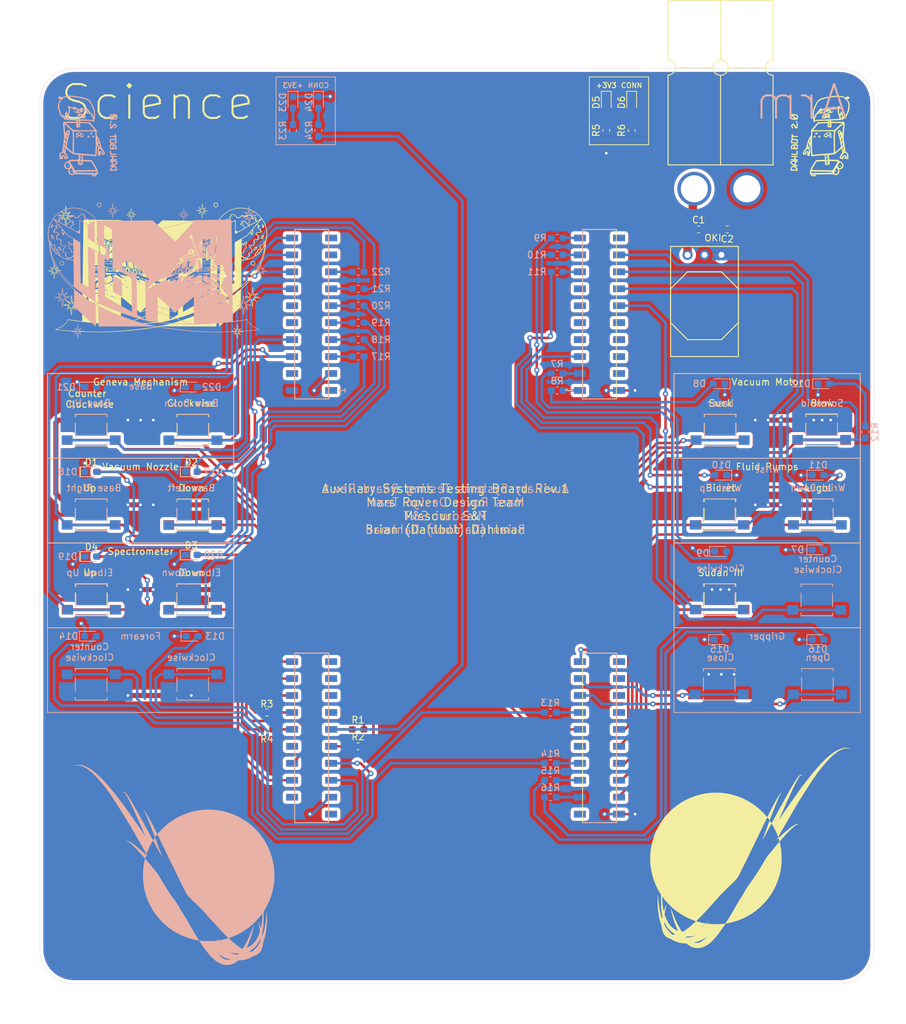
<source format=kicad_pcb>
(kicad_pcb (version 20171130) (host pcbnew "(5.1.2)-2")
  (layers (0 F.Cu signal) (31 B.Cu signal) (34 B.Paste user) (35 F.Paste user) (36 B.SilkS user) (37 F.SilkS user) (38 B.Mask user) (39 F.Mask user) (44 Edge.Cuts user))
  (net 0 "")
  (net 1 "Net-(C1-Pad1)")
  (net 2 +3V3)
  (net 3 Spectrometer_Up)
  (net 4 Spectrometer_Down)
  (net 5 Fluid_1)
  (net 6 Fluid_2)
  (net 7 Nozzle_Up)
  (net 8 Nozzle_Down)
  (net 9 Fluid_3)
  (net 10 Vacuum_fwd)
  (net 11 Geneva_Clockwise)
  (net 12 Geneva_Counter_Clockwise)
  (net 13 Vacuum_rvs)
  (net 14 Base_Left)
  (net 15 Base_Right)
  (net 16 Solenoid)
  (net 17 Laser)
  (net 18 Elbow_Up)
  (net 19 Elbow_Down)
  (net 20 Wrist_Counter_Clock)
  (net 21 Wrist_Clock)
  (net 22 Wrist_Up)
  (net 23 Wrist_Down)
  (net 24 Forearm_Clockwise)
  (net 25 Forearm_Counter_Clockwise)
  (net 26 Gripper_Open)
  (net 27 Gripper_Close)
  (net 28 Base_Up)
  (net 29 Base_Down)
  (net 30 GND)
  (net 31 "Net-(U1-PadPM6)")
  (net 32 "Net-(U1-PadPQ1)")
  (net 33 "Net-(U1-PadPQ2)")
  (net 34 "Net-(U1-PadPK0)")
  (net 35 "Net-(U1-PadPQ3)")
  (net 36 "Net-(U1-PadPP3)")
  (net 37 "Net-(U1-PadPQ0)")
  (net 38 "Net-(U1-PadPA4)")
  (net 39 "Net-(U1-PadRese')")
  (net 40 "Net-(U1-PadPA7)")
  (net 41 "Net-(U1-PadPN5)")
  (net 42 "Net-(U1-PadPK2)")
  (net 43 "Net-(U1-PadPK1)")
  (net 44 "Net-(U1-Pad+5V')")
  (net 45 "Net-(U1-PadPB4)")
  (net 46 "Net-(U1-PadPB5)")
  (net 47 "Net-(U1-PadPK3)")
  (net 48 "Net-(U1-PadPA5)")
  (net 49 "Net-(U1-PadPD2)")
  (net 50 "Net-(U1-PadPP0)")
  (net 51 "Net-(U1-PadPP1)")
  (net 52 "Net-(U1-PadPD4)")
  (net 53 "Net-(U1-PadPD5)")
  (net 54 "Net-(U1-PadPP4)")
  (net 55 "Net-(U1-PadPN4)")
  (net 56 "Net-(U1-PadPG1)")
  (net 57 "Net-(U1-PadPK4)")
  (net 58 "Net-(U1-PadPK5)")
  (net 59 "Net-(U1-PadPM0)")
  (net 60 "Net-(U1-PadPM1)")
  (net 61 "Net-(U1-PadPM2)")
  (net 62 "Net-(U1-PadPH0)")
  (net 63 "Net-(U1-PadPH1)")
  (net 64 "Net-(U1-PadPK6)")
  (net 65 "Net-(U1-PadPK7)")
  (net 66 "Net-(U1-PadPM7)")
  (net 67 "Net-(U1-Pad+5V)")
  (net 68 "Net-(U1-PadPE0)")
  (net 69 "Net-(U1-PadPE1)")
  (net 70 "Net-(U1-PadPE2)")
  (net 71 "Net-(U1-PadPD7)")
  (net 72 "Net-(U1-PadPA6)")
  (net 73 "Net-(U1-PadPM4)")
  (net 74 "Net-(U1-PadPM5)")
  (net 75 "Net-(U1-PadPD3)")
  (net 76 "Net-(U1-PadPC7)")
  (net 77 "Net-(U1-PadPB2)")
  (net 78 "Net-(U1-PadPB3)")
  (net 79 "Net-(U1-PadPF2)")
  (net 80 "Net-(U1-PadPF3)")
  (net 81 "Net-(U1-PadPG0)")
  (net 82 "Net-(U1-PadPL0)")
  (net 83 "Net-(U1-PadPL1)")
  (net 84 "Net-(U1-PadPL2)")
  (net 85 "Net-(U1-PadPL3)")
  (net 86 "Net-(U1-PadPM3)")
  (net 87 "Net-(U1-PadRese)")
  (net 88 "Net-(D1-Pad2)")
  (net 89 "Net-(D2-Pad2)")
  (net 90 "Net-(D3-Pad2)")
  (net 91 "Net-(D4-Pad2)")
  (net 92 "Net-(D5-Pad2)")
  (net 93 "Net-(D6-Pad2)")
  (net 94 "Net-(D7-Pad2)")
  (net 95 "Net-(D8-Pad2)")
  (net 96 "Net-(D9-Pad2)")
  (net 97 "Net-(D10-Pad2)")
  (net 98 "Net-(D11-Pad2)")
  (net 99 "Net-(D12-Pad2)")
  (net 100 "Net-(D13-Pad2)")
  (net 101 "Net-(D14-Pad2)")
  (net 102 "Net-(D15-Pad2)")
  (net 103 "Net-(D16-Pad2)")
  (net 104 "Net-(D17-Pad2)")
  (net 105 "Net-(D18-Pad2)")
  (net 106 "Net-(D19-Pad2)")
  (net 107 "Net-(D20-Pad2)")
  (net 108 "Net-(D21-Pad2)")
  (net 109 "Net-(D22-Pad2)")
  (net 110 "Net-(D23-Pad2)")
  (net 111 "Net-(D24-Pad2)")
  (net 112 Nozzle_Up_Ind)
  (net 113 Nozzle_Down_Ind)
  (net 114 Spectrometer_Down_Ind)
  (net 115 Spectrometer_Up_Ind)
  (net 116 Connection_Ind)
  (net 117 Wrist_Counter_Clock_Ind)
  (net 118 Laser_Ind)
  (net 119 Wrist_Clock_Ind)
  (net 120 Wrist_Up_Ind)
  (net 121 Wrist_Down_Ind)
  (net 122 Forearm_Clockwise_Ind)
  (net 123 Forearm_Counter_Clockwise_Ind)
  (net 124 Gripper_Close_Ind)
  (net 125 Gripper_Open_Ind)
  (net 126 Base_Left_Ind)
  (net 127 Base_Right_Ind)
  (net 128 Elbow_Up_Ind)
  (net 129 Elbow_Down_Ind)
  (net 130 Base_Up_Ind)
  (net 131 Base_Down_Ind)
  (net 132 "Net-(U1-PadPF1)")
  (module Button_Switch_SMD:SW_SPST_TL3305A (layer B.Cu) (at 38.31 77.065)
    (fp_text reference SW22)
    (fp_text value SW_Push)
    (pad 1 smd rect (at 3.6 1.5) (size 1.6 1.4) (layers B.Cu B.Paste B.Mask) (net 2 +3V3))
    (pad 1 smd rect (at -3.6 1.5) (size 1.6 1.4) (layers B.Cu B.Paste B.Mask) (net 2 +3V3))
    (pad 2 smd rect (at 3.6 -1.5) (size 1.6 1.4) (layers B.Cu B.Paste B.Mask) (net 24 Forearm_Clockwise))
    (pad 2 smd rect (at -3.6 -1.5) (size 1.6 1.4) (layers B.Cu B.Paste B.Mask) (net 24 Forearm_Clockwise))
  )
  (module MRDT_Shields:Auxillary_Testing_Board (layer F.Cu) (at 53.34 96.52)
    (fp_text reference U1 hide)
    (fp_text value TM4C129E_Launchpad hide)
    (fp_text user 1 (at 7.366 -63.5 270) (layer B.SilkS) (effects (justify mirror)))
    (fp_text user 1 (at 41.402 -63.5 270) (layer B.SilkS) (effects (justify mirror)))
    (pad PD4 smd rect (at 48.895 -73.66 90) (size 0.9906 1.778) (layers F.Cu F.Paste F.Mask) (net 52 "Net-(U1-PadPD4)"))
    (pad PN4 smd rect (at 48.895 -86.36 90) (size 0.9906 1.778) (layers F.Cu F.Paste F.Mask) (net 55 "Net-(U1-PadPN4)"))
    (pad PP4 smd rect (at 48.895 -81.28 90) (size 0.9906 1.778) (layers F.Cu F.Paste F.Mask) (net 54 "Net-(U1-PadPP4)"))
    (pad PP1 smd rect (at 48.895 -71.12 90) (size 0.9906 1.778) (layers F.Cu F.Paste F.Mask) (net 51 "Net-(U1-PadPP1)"))
    (pad PP0 smd rect (at 48.895 -68.58 90) (size 0.9906 1.778) (layers F.Cu F.Paste F.Mask) (net 50 "Net-(U1-PadPP0)"))
    (pad PD5 smd rect (at 48.895 -76.2 90) (size 0.9906 1.778) (layers F.Cu F.Paste F.Mask) (net 53 "Net-(U1-PadPD5)"))
    (pad PD2 smd rect (at 48.895 -66.04 90) (size 0.9906 1.778) (layers F.Cu F.Paste F.Mask) (net 49 "Net-(U1-PadPD2)"))
    (pad PA5 smd rect (at 43.053 -86.36 90) (size 0.9906 1.778) (layers F.Cu F.Paste F.Mask) (net 48 "Net-(U1-PadPA5)"))
    (pad +5V' smd rect (at 43.053 -63.5 90) (size 0.9906 1.778) (layers F.Cu F.Paste F.Mask) (net 44 "Net-(U1-Pad+5V')"))
    (pad PB4 smd rect (at 43.053 -68.58 90) (size 0.9906 1.778) (layers F.Cu F.Paste F.Mask) (net 45 "Net-(U1-PadPB4)"))
    (pad PK3 smd rect (at 43.053 -81.28 90) (size 0.9906 1.778) (layers F.Cu F.Paste F.Mask) (net 47 "Net-(U1-PadPK3)"))
    (pad PB5 smd rect (at 43.053 -71.12 90) (size 0.9906 1.778) (layers F.Cu F.Paste F.Mask) (net 46 "Net-(U1-PadPB5)"))
    (pad +3V3' smd rect (at 48.895 -63.5 90) (size 0.9906 1.778) (layers F.Cu F.Paste F.Mask) (net 2 +3V3))
    (pad PK0 smd rect (at 43.053 -73.66 90) (size 0.9906 1.778) (layers F.Cu F.Paste F.Mask) (net 34 "Net-(U1-PadPK0)"))
    (pad GND smd rect (at 43.053 -66.04 90) (size 0.9906 1.778) (layers F.Cu F.Paste F.Mask) (net 30 GND))
    (pad PA4 smd rect (at 43.053 -83.82 90) (size 0.9906 1.778) (layers F.Cu F.Paste F.Mask) (net 38 "Net-(U1-PadPA4)"))
    (pad PK1 smd rect (at 43.053 -76.2 90) (size 0.9906 1.778) (layers F.Cu F.Paste F.Mask) (net 43 "Net-(U1-PadPK1)"))
    (pad PQ0 smd rect (at 48.895 -78.74 90) (size 0.9906 1.778) (layers F.Cu F.Paste F.Mask) (net 37 "Net-(U1-PadPQ0)"))
    (pad PK2 smd rect (at 43.053 -78.74 90) (size 0.9906 1.778) (layers F.Cu F.Paste F.Mask) (net 42 "Net-(U1-PadPK2)"))
    (pad PN5 smd rect (at 48.895 -83.82 90) (size 0.9906 1.778) (layers F.Cu F.Paste F.Mask) (net 41 "Net-(U1-PadPN5)"))
    (pad PG1 smd rect (at 5.715 -63.5 90) (size 0.9906 1.778) (layers F.Cu F.Paste F.Mask) (net 56 "Net-(U1-PadPG1)"))
    (pad PM1 smd rect (at 5.715 -73.66 90) (size 0.9906 1.778) (layers F.Cu F.Paste F.Mask) (net 60 "Net-(U1-PadPM1)"))
    (pad PM0 smd rect (at 5.715 -71.12 90) (size 0.9906 1.778) (layers F.Cu F.Paste F.Mask) (net 59 "Net-(U1-PadPM0)"))
    (pad PP5 smd rect (at -0.127 -68.58 90) (size 0.9906 1.778) (layers F.Cu F.Paste F.Mask) (net 11 Geneva_Clockwise))
    (pad PM2 smd rect (at 5.715 -76.2 90) (size 0.9906 1.778) (layers F.Cu F.Paste F.Mask) (net 61 "Net-(U1-PadPM2)"))
    (pad PK7 smd rect (at 5.715 -86.36 90) (size 0.9906 1.778) (layers F.Cu F.Paste F.Mask) (net 65 "Net-(U1-PadPK7)"))
    (pad PK5 smd rect (at 5.715 -68.58 90) (size 0.9906 1.778) (layers F.Cu F.Paste F.Mask) (net 58 "Net-(U1-PadPK5)"))
    (pad GND smd rect (at -0.127 -63.5 90) (size 0.9906 1.778) (layers F.Cu F.Paste F.Mask) (net 30 GND))
    (pad PM7 smd rect (at -0.127 -66.04 90) (size 0.9906 1.778) (layers F.Cu F.Paste F.Mask) (net 66 "Net-(U1-PadPM7)"))
    (pad PK6 smd rect (at 5.715 -83.82 90) (size 0.9906 1.778) (layers F.Cu F.Paste F.Mask) (net 64 "Net-(U1-PadPK6)"))
    (pad PK4 smd rect (at 5.715 -66.04 90) (size 0.9906 1.778) (layers F.Cu F.Paste F.Mask) (net 57 "Net-(U1-PadPK4)"))
    (pad PH1 smd rect (at 5.715 -81.28 90) (size 0.9906 1.778) (layers F.Cu F.Paste F.Mask) (net 63 "Net-(U1-PadPH1)"))
    (pad PH0 smd rect (at 5.715 -78.74 90) (size 0.9906 1.778) (layers F.Cu F.Paste F.Mask) (net 62 "Net-(U1-PadPH0)"))
    (pad PQ2 smd rect (at -0.127 -76.2 90) (size 0.9906 1.778) (layers F.Cu F.Paste F.Mask) (net 33 "Net-(U1-PadPQ2)"))
    (pad Rese' smd rect (at -0.127 -73.66 90) (size 0.9906 1.778) (layers F.Cu F.Paste F.Mask) (net 39 "Net-(U1-PadRese')"))
    (pad PA7 smd rect (at -0.127 -71.12 90) (size 0.9906 1.778) (layers F.Cu F.Paste F.Mask) (net 40 "Net-(U1-PadPA7)"))
    (pad PP3 smd rect (at -0.127 -81.28 90) (size 0.9906 1.778) (layers F.Cu F.Paste F.Mask) (net 36 "Net-(U1-PadPP3)"))
    (pad PQ3 smd rect (at -0.127 -78.74 90) (size 0.9906 1.778) (layers F.Cu F.Paste F.Mask) (net 35 "Net-(U1-PadPQ3)"))
    (pad PQ1 smd rect (at -0.127 -83.82 90) (size 0.9906 1.778) (layers F.Cu F.Paste F.Mask) (net 32 "Net-(U1-PadPQ1)"))
    (pad PM6 smd rect (at -0.127 -86.36 90) (size 0.9906 1.778) (layers F.Cu F.Paste F.Mask) (net 31 "Net-(U1-PadPM6)"))
    (pad PL4 smd rect (at 5.715 -10.16 90) (size 0.9906 1.778) (layers F.Cu F.Paste F.Mask) (net 113 Nozzle_Down_Ind))
    (pad PF1 smd rect (at 5.715 0 90) (size 0.9906 1.778) (layers F.Cu F.Paste F.Mask) (net 132 "Net-(U1-PadPF1)"))
    (pad PL3 smd rect (at 5.715 -22.86 90) (size 0.9906 1.778) (layers F.Cu F.Paste F.Mask) (net 85 "Net-(U1-PadPL3)"))
    (pad PL2 smd rect (at 5.715 -20.32 90) (size 0.9906 1.778) (layers F.Cu F.Paste F.Mask) (net 84 "Net-(U1-PadPL2)"))
    (pad PL5 smd rect (at 5.715 -12.7 90) (size 0.9906 1.778) (layers F.Cu F.Paste F.Mask) (net 112 Nozzle_Up_Ind))
    (pad PN3 smd rect (at -0.127 -20.32 90) (size 0.9906 1.778) (layers F.Cu F.Paste F.Mask) (net 8 Nozzle_Down))
    (pad PP2 smd rect (at -0.127 -22.86 90) (size 0.9906 1.778) (layers F.Cu F.Paste F.Mask) (net 12 Geneva_Counter_Clockwise))
    (pad PD0 smd rect (at -0.127 -15.24 90) (size 0.9906 1.778) (layers F.Cu F.Paste F.Mask) (net 114 Spectrometer_Down_Ind))
    (pad PG0 smd rect (at 5.715 -7.62 90) (size 0.9906 1.778) (layers F.Cu F.Paste F.Mask) (net 81 "Net-(U1-PadPG0)"))
    (pad PF3 smd rect (at 5.715 -5.08 90) (size 0.9906 1.778) (layers F.Cu F.Paste F.Mask) (net 80 "Net-(U1-PadPF3)"))
    (pad PM3 smd rect (at -0.127 -2.54 90) (size 0.9906 1.778) (layers F.Cu F.Paste F.Mask) (net 86 "Net-(U1-PadPM3)"))
    (pad PL0 smd rect (at 5.715 -15.24 90) (size 0.9906 1.778) (layers F.Cu F.Paste F.Mask) (net 82 "Net-(U1-PadPL0)"))
    (pad PD1 smd rect (at -0.127 -12.7 90) (size 0.9906 1.778) (layers F.Cu F.Paste F.Mask) (net 115 Spectrometer_Up_Ind))
    (pad PN2 smd rect (at -0.127 -17.78 90) (size 0.9906 1.778) (layers F.Cu F.Paste F.Mask) (net 7 Nozzle_Up))
    (pad Rese smd rect (at -0.127 -10.16 90) (size 0.9906 1.778) (layers F.Cu F.Paste F.Mask) (net 87 "Net-(U1-PadRese)"))
    (pad PH3 smd rect (at -0.127 -7.62 90) (size 0.9906 1.778) (layers F.Cu F.Paste F.Mask) (net 4 Spectrometer_Down))
    (pad PF2 smd rect (at 5.715 -2.54 90) (size 0.9906 1.778) (layers F.Cu F.Paste F.Mask) (net 79 "Net-(U1-PadPF2)"))
    (pad PH2 smd rect (at -0.127 -5.08 90) (size 0.9906 1.778) (layers F.Cu F.Paste F.Mask) (net 3 Spectrometer_Up))
    (pad GND smd rect (at -0.127 0 90) (size 0.9906 1.778) (layers F.Cu F.Paste F.Mask) (net 30 GND))
    (pad PL1 smd rect (at 5.715 -17.78 90) (size 0.9906 1.778) (layers F.Cu F.Paste F.Mask) (net 83 "Net-(U1-PadPL1)"))
    (pad PC5 smd rect (at 48.895 -7.62 90) (size 0.9906 1.778) (layers F.Cu F.Paste F.Mask) (net 5 Fluid_1))
    (pad PB3 smd rect (at 48.895 -22.86 90) (size 0.9906 1.778) (layers F.Cu F.Paste F.Mask) (net 78 "Net-(U1-PadPB3)"))
    (pad PB2 smd rect (at 48.895 -20.32 90) (size 0.9906 1.778) (layers F.Cu F.Paste F.Mask) (net 77 "Net-(U1-PadPB2)"))
    (pad PA6 smd rect (at 43.053 -17.78 90) (size 0.9906 1.778) (layers F.Cu F.Paste F.Mask) (net 72 "Net-(U1-PadPA6)"))
    (pad PE4 smd rect (at 48.895 -2.54 90) (size 0.9906 1.778) (layers F.Cu F.Paste F.Mask) (net 9 Fluid_3))
    (pad PC4 smd rect (at 48.895 -5.08 90) (size 0.9906 1.778) (layers F.Cu F.Paste F.Mask) (net 6 Fluid_2))
    (pad PE3 smd rect (at 43.053 -12.7 90) (size 0.9906 1.778) (layers F.Cu F.Paste F.Mask) (net 116 Connection_Ind))
    (pad PC7 smd rect (at 48.895 -17.78 90) (size 0.9906 1.778) (layers F.Cu F.Paste F.Mask) (net 76 "Net-(U1-PadPC7)"))
    (pad PD3 smd rect (at 48.895 -15.24 90) (size 0.9906 1.778) (layers F.Cu F.Paste F.Mask) (net 75 "Net-(U1-PadPD3)"))
    (pad PM4 smd rect (at 43.053 -20.32 90) (size 0.9906 1.778) (layers F.Cu F.Paste F.Mask) (net 73 "Net-(U1-PadPM4)"))
    (pad GND smd rect (at 43.053 -2.54 90) (size 0.9906 1.778) (layers F.Cu F.Paste F.Mask) (net 30 GND))
    (pad PC6 smd rect (at 48.895 -10.16 90) (size 0.9906 1.778) (layers F.Cu F.Paste F.Mask) (net 13 Vacuum_rvs))
    (pad +3V3 smd rect (at 48.895 0 90) (size 0.9906 1.778) (layers F.Cu F.Paste F.Mask) (net 2 +3V3))
    (pad PE1 smd rect (at 43.053 -7.62 90) (size 0.9906 1.778) (layers F.Cu F.Paste F.Mask) (net 69 "Net-(U1-PadPE1)"))
    (pad +5V smd rect (at 43.053 0 90) (size 0.9906 1.778) (layers F.Cu F.Paste F.Mask) (net 67 "Net-(U1-Pad+5V)"))
    (pad PE0 smd rect (at 43.053 -5.08 90) (size 0.9906 1.778) (layers F.Cu F.Paste F.Mask) (net 68 "Net-(U1-PadPE0)"))
    (pad PM5 smd rect (at 43.053 -22.86 90) (size 0.9906 1.778) (layers F.Cu F.Paste F.Mask) (net 74 "Net-(U1-PadPM5)"))
    (pad PD7 smd rect (at 43.053 -15.24 90) (size 0.9906 1.778) (layers F.Cu F.Paste F.Mask) (net 71 "Net-(U1-PadPD7)"))
    (pad PE2 smd rect (at 43.053 -10.16 90) (size 0.9906 1.778) (layers F.Cu F.Paste F.Mask) (net 70 "Net-(U1-PadPE2)"))
    (pad PE5 smd rect (at 48.895 -12.7 90) (size 0.9906 1.778) (layers F.Cu F.Paste F.Mask) (net 10 Vacuum_fwd))
    (pad PP2 smd rect (at 48.9204 -22.86 90) (size 0.9906 1.778) (layers B.Cu B.Paste B.Mask))
    (pad PN3 smd rect (at 48.9204 -20.32 90) (size 0.9906 1.778) (layers B.Cu B.Paste B.Mask))
    (pad PN2 smd rect (at 48.9204 -17.78 90) (size 0.9906 1.778) (layers B.Cu B.Paste B.Mask))
    (pad PD0 smd rect (at 48.9204 -15.24 90) (size 0.9906 1.778) (layers B.Cu B.Paste B.Mask))
    (pad PD1 smd rect (at 48.9204 -12.7 90) (size 0.9906 1.778) (layers B.Cu B.Paste B.Mask))
    (pad Rese smd rect (at 48.9204 -10.16 90) (size 0.9906 1.778) (layers B.Cu B.Paste B.Mask))
    (pad PH3 smd rect (at 48.9204 -7.62 90) (size 0.9906 1.778) (layers B.Cu B.Paste B.Mask))
    (pad PH2 smd rect (at 48.9204 -5.08 90) (size 0.9906 1.778) (layers B.Cu B.Paste B.Mask))
    (pad PM3 smd rect (at 48.9204 -2.54 90) (size 0.9906 1.778) (layers B.Cu B.Paste B.Mask))
    (pad GND smd rect (at 48.9204 0 90) (size 0.9906 1.778) (layers B.Cu B.Paste B.Mask) (net 30 GND))
    (pad PL3 smd rect (at 43.0276 -22.86 90) (size 0.9906 1.778) (layers B.Cu B.Paste B.Mask) (net 17 Laser))
    (pad PL2 smd rect (at 43.0276 -20.32 90) (size 0.9906 1.778) (layers B.Cu B.Paste B.Mask) (net 27 Gripper_Close))
    (pad PL1 smd rect (at 43.0276 -17.78 90) (size 0.9906 1.778) (layers B.Cu B.Paste B.Mask) (net 26 Gripper_Open))
    (pad PL0 smd rect (at 43.0276 -15.24 90) (size 0.9906 1.778) (layers B.Cu B.Paste B.Mask) (net 122 Forearm_Clockwise_Ind))
    (pad PL5 smd rect (at 43.0276 -12.7 90) (size 0.9906 1.778) (layers B.Cu B.Paste B.Mask))
    (pad PL4 smd rect (at 43.0276 -10.16 90) (size 0.9906 1.778) (layers B.Cu B.Paste B.Mask))
    (pad PG0 smd rect (at 43.0276 -7.62 90) (size 0.9906 1.778) (layers B.Cu B.Paste B.Mask) (net 123 Forearm_Counter_Clockwise_Ind))
    (pad PF3 smd rect (at 43.0276 -5.08 90) (size 0.9906 1.778) (layers B.Cu B.Paste B.Mask) (net 124 Gripper_Close_Ind))
    (pad PF2 smd rect (at 43.0276 -2.54 90) (size 0.9906 1.778) (layers B.Cu B.Paste B.Mask) (net 125 Gripper_Open_Ind))
    (pad PF1 smd rect (at 43.0276 0 90) (size 0.9906 1.778) (layers B.Cu B.Paste B.Mask))
    (pad PB3 smd rect (at -0.1524 -22.86 90) (size 0.9906 1.778) (layers B.Cu B.Paste B.Mask))
    (pad PB2 smd rect (at -0.1524 -20.32 90) (size 0.9906 1.778) (layers B.Cu B.Paste B.Mask))
    (pad PC7 smd rect (at -0.1524 -17.78 90) (size 0.9906 1.778) (layers B.Cu B.Paste B.Mask))
    (pad PD3 smd rect (at -0.1524 -15.24 90) (size 0.9906 1.778) (layers B.Cu B.Paste B.Mask))
    (pad PE5 smd rect (at -0.1524 -12.7 90) (size 0.9906 1.778) (layers B.Cu B.Paste B.Mask))
    (pad PC6 smd rect (at -0.127 -10.16 90) (size 0.9906 1.778) (layers B.Cu B.Paste B.Mask))
    (pad PC5 smd rect (at -0.1524 -7.62 90) (size 0.9906 1.778) (layers B.Cu B.Paste B.Mask))
    (pad PC4 smd rect (at -0.1524 -5.08 90) (size 0.9906 1.778) (layers B.Cu B.Paste B.Mask))
    (pad PE4 smd rect (at -0.1524 -2.54 90) (size 0.9906 1.778) (layers B.Cu B.Paste B.Mask))
    (pad +3V3 smd rect (at -0.1524 0 90) (size 0.9906 1.778) (layers B.Cu B.Paste B.Mask) (net 2 +3V3))
    (pad PM5 smd rect (at 5.7404 -22.86 90) (size 0.9906 1.778) (layers B.Cu B.Paste B.Mask))
    (pad PM4 smd rect (at 5.7404 -20.32 90) (size 0.9906 1.778) (layers B.Cu B.Paste B.Mask))
    (pad PA6 smd rect (at 5.7404 -17.78 90) (size 0.9906 1.778) (layers B.Cu B.Paste B.Mask))
    (pad PD7 smd rect (at 5.7404 -15.24 90) (size 0.9906 1.778) (layers B.Cu B.Paste B.Mask))
    (pad PE3 smd rect (at 5.7404 -12.7 90) (size 0.9906 1.778) (layers B.Cu B.Paste B.Mask) (net 116 Connection_Ind))
    (pad PE2 smd rect (at 5.7404 -10.16 90) (size 0.9906 1.778) (layers B.Cu B.Paste B.Mask))
    (pad PE1 smd rect (at 5.7404 -7.62 90) (size 0.9906 1.778) (layers B.Cu B.Paste B.Mask) (net 25 Forearm_Counter_Clockwise))
    (pad PE0 smd rect (at 5.7404 -5.08 90) (size 0.9906 1.778) (layers B.Cu B.Paste B.Mask) (net 24 Forearm_Clockwise))
    (pad GND smd rect (at 5.7404 -2.54 90) (size 0.9906 1.778) (layers B.Cu B.Paste B.Mask) (net 30 GND))
    (pad +5V smd rect (at 5.7404 0 90) (size 0.9906 1.778) (layers B.Cu B.Paste B.Mask))
    (pad PP5 smd rect (at 48.9204 -68.58 90) (size 0.9906 1.778) (layers B.Cu B.Paste B.Mask))
    (pad PM7 smd rect (at 48.9204 -66.04 90) (size 0.9906 1.778) (layers B.Cu B.Paste B.Mask))
    (pad GND smd rect (at 48.9204 -63.5 90) (size 0.9906 1.778) (layers B.Cu B.Paste B.Mask) (net 30 GND))
    (pad PK7 smd rect (at 43.0276 -86.36 90) (size 0.9906 1.778) (layers B.Cu B.Paste B.Mask) (net 119 Wrist_Clock_Ind))
    (pad PK6 smd rect (at 43.0276 -83.82 90) (size 0.9906 1.778) (layers B.Cu B.Paste B.Mask) (net 120 Wrist_Up_Ind))
    (pad PH1 smd rect (at 43.0276 -81.28 90) (size 0.9906 1.778) (layers B.Cu B.Paste B.Mask) (net 121 Wrist_Down_Ind))
    (pad PH0 smd rect (at 43.0276 -78.74 90) (size 0.9906 1.778) (layers B.Cu B.Paste B.Mask))
    (pad PM2 smd rect (at 43.0276 -76.2 90) (size 0.9906 1.778) (layers B.Cu B.Paste B.Mask))
    (pad PM1 smd rect (at 43.0276 -73.66 90) (size 0.9906 1.778) (layers B.Cu B.Paste B.Mask))
    (pad PM0 smd rect (at 43.0276 -71.12 90) (size 0.9906 1.778) (layers B.Cu B.Paste B.Mask))
    (pad PK5 smd rect (at 43.0276 -68.58 90) (size 0.9906 1.778) (layers B.Cu B.Paste B.Mask) (net 20 Wrist_Counter_Clock))
    (pad PK4 smd rect (at 43.0276 -66.04 90) (size 0.9906 1.778) (layers B.Cu B.Paste B.Mask) (net 117 Wrist_Counter_Clock_Ind))
    (pad PG1 smd rect (at 43.0276 -63.5 90) (size 0.9906 1.778) (layers B.Cu B.Paste B.Mask) (net 118 Laser_Ind))
    (pad PN4 smd rect (at -0.1524 -86.36 90) (size 0.9906 1.778) (layers B.Cu B.Paste B.Mask) (net 29 Base_Down))
    (pad PP4 smd rect (at -0.1524 -81.28 90) (size 0.9906 1.778) (layers B.Cu B.Paste B.Mask) (net 15 Base_Right))
    (pad PD5 smd rect (at -0.1524 -76.2 90) (size 0.9906 1.778) (layers B.Cu B.Paste B.Mask))
    (pad PD4 smd rect (at -0.1524 -73.66 90) (size 0.9906 1.778) (layers B.Cu B.Paste B.Mask))
    (pad PP1 smd rect (at -0.1524 -71.12 90) (size 0.9906 1.778) (layers B.Cu B.Paste B.Mask) (net 19 Elbow_Down))
    (pad PP0 smd rect (at -0.1524 -68.58 90) (size 0.9906 1.778) (layers B.Cu B.Paste B.Mask) (net 18 Elbow_Up))
    (pad PD2 smd rect (at -0.1524 -66.04 90) (size 0.9906 1.778) (layers B.Cu B.Paste B.Mask))
    (pad PA5 smd rect (at 5.7404 -86.36 90) (size 0.9906 1.778) (layers B.Cu B.Paste B.Mask))
    (pad PK3 smd rect (at 5.7404 -81.28 90) (size 0.9906 1.778) (layers B.Cu B.Paste B.Mask) (net 131 Base_Down_Ind))
    (pad PB5 smd rect (at 5.7404 -71.12 90) (size 0.9906 1.778) (layers B.Cu B.Paste B.Mask) (net 127 Base_Right_Ind))
    (pad PB4 smd rect (at 5.7404 -68.58 90) (size 0.9906 1.778) (layers B.Cu B.Paste B.Mask) (net 126 Base_Left_Ind))
    (pad GND smd rect (at 5.7404 -66.04 90) (size 0.9906 1.778) (layers B.Cu B.Paste B.Mask) (net 30 GND))
    (pad +5V' smd rect (at 5.7404 -63.5 90) (size 0.9906 1.778) (layers B.Cu B.Paste B.Mask))
    (pad PK1 smd rect (at 5.7404 -76.2 90) (size 0.9906 1.778) (layers B.Cu B.Paste B.Mask) (net 129 Elbow_Down_Ind))
    (pad PK2 smd rect (at 5.7404 -78.74 90) (size 0.9906 1.778) (layers B.Cu B.Paste B.Mask) (net 130 Base_Up_Ind))
    (pad PN5 smd rect (at -0.1524 -83.82 90) (size 0.9906 1.778) (layers B.Cu B.Paste B.Mask) (net 28 Base_Up))
    (pad PA7 smd rect (at 48.9204 -71.12 90) (size 0.9906 1.778) (layers B.Cu B.Paste B.Mask))
    (pad Rese' smd rect (at 48.9204 -73.66 90) (size 0.9906 1.778) (layers B.Cu B.Paste B.Mask))
    (pad PA4 smd rect (at 5.7404 -83.82 90) (size 0.9906 1.778) (layers B.Cu B.Paste B.Mask))
    (pad PQ0 smd rect (at -0.1524 -78.74 90) (size 0.9906 1.778) (layers B.Cu B.Paste B.Mask) (net 14 Base_Left))
    (pad PP3 smd rect (at 48.9204 -81.28 90) (size 0.9906 1.778) (layers B.Cu B.Paste B.Mask) (net 23 Wrist_Down))
    (pad PQ3 smd rect (at 48.9204 -78.74 90) (size 0.9906 1.778) (layers B.Cu B.Paste B.Mask) (net 22 Wrist_Up))
    (pad PK0 smd rect (at 5.7404 -73.66 90) (size 0.9906 1.778) (layers B.Cu B.Paste B.Mask) (net 128 Elbow_Up_Ind))
    (pad PQ2 smd rect (at 48.9204 -76.2 90) (size 0.9906 1.778) (layers B.Cu B.Paste B.Mask) (net 21 Wrist_Clock))
    (pad PQ1 smd rect (at 48.9204 -83.82 90) (size 0.9906 1.778) (layers B.Cu B.Paste B.Mask) (net 16 Solenoid))
    (pad PM6 smd rect (at 48.9204 -86.36 90) (size 0.9906 1.778) (layers B.Cu B.Paste B.Mask))
    (pad +3V3' smd rect (at -0.1524 -63.5 90) (size 0.9906 1.778) (layers B.Cu B.Paste B.Mask))
  )
  (module MRDT_Silkscreens:0_MRDT_Retro_Logo_34mmX21.5mm (layer F.Cu) (at 33.02 15.24)
    (fp_text reference G*** hide)
    (fp_text value LOGO hide)
  )
  (module MRDT_Silkscreens:0_MRDT_Retro_Logo_34mmX21.5mm (layer B.Cu) (at 33.02 15.24 180)
    (fp_text reference G*** hide)
    (fp_text value LOGO hide)
  )
  (module MRDT_Silkscreens:0_MRDT_Logo_30mm (layer B.Cu) (at 35.56 104.14 180)
    (fp_text reference G*** hide)
    (fp_text value LOGO hide)
  )
  (module MRDT_Silkscreens:0_MRDT_Logo_30mm (layer F.Cu) (at 121.92 101.6)
    (fp_text reference G*** hide)
    (fp_text value LOGO hide)
  )
  (module MRDT_Silkscreens:2_Dahlbot_2.0 (layer B.Cu) (at 22.86 -5.08 180)
    (fp_text reference G*** hide)
    (fp_text value LOGO hide)
  )
  (module MRDT_Silkscreens:2_Dahlbot_2.0 (layer F.Cu) (at 132.08 -5.08)
    (fp_text reference G*** hide)
    (fp_text value LOGO hide)
  )
  (module Capacitor_SMD:C_0603_1608Metric_Pad1.05x0.95mm_HandSolder (layer F.Cu) (at 114.187 8.89)
    (fp_text reference C1 (at 0 -1.43) (layer F.SilkS))
    (fp_text value 10uF)
    (pad 2 smd roundrect (at 0.875 0) (size 1.05 0.95) (layers F.Cu F.Paste F.Mask) (net 30 GND))
    (pad 1 smd roundrect (at -0.875 0) (size 1.05 0.95) (layers F.Cu F.Paste F.Mask) (net 1 "Net-(C1-Pad1)"))
  )
  (module Capacitor_SMD:C_0603_1608Metric_Pad1.05x0.95mm_HandSolder (layer F.Cu) (at 118.477 8.89 180)
    (fp_text reference C2 (at 0 -1.43) (layer F.SilkS))
    (fp_text value 10uF)
    (pad 1 smd roundrect (at -0.875 0 180) (size 1.05 0.95) (layers F.Cu F.Paste F.Mask) (net 2 +3V3))
    (pad 2 smd roundrect (at 0.875 0 180) (size 1.05 0.95) (layers F.Cu F.Paste F.Mask) (net 30 GND))
  )
  (module MRDT_Connectors:Anderson_2_Horizontal_Side_by_Side (layer F.Cu) (at 109.601 -0.7874 270)
    (fp_text reference Conn1 hide)
    (fp_text value AndersonPP)
    (pad 2 thru_hole circle (at 3.5814 -3.937 270) (size 5.08 5.08) (drill 4.06) (layers *.Cu *.Mask F.Paste) (net 1 "Net-(C1-Pad1)"))
    (pad 1 thru_hole circle (at 3.5814 -11.811 270) (size 5.08 5.08) (drill 4.06) (layers *.Cu *.Mask F.Paste) (net 30 GND))
  )
  (module Button_Switch_SMD:SW_SPST_TL3305A (layer F.Cu) (at 23.07 64.365)
    (fp_text reference SW1)
    (fp_text value SW_Push)
    (pad 1 smd rect (at 3.6 -1.5) (size 1.6 1.4) (layers F.Cu F.Paste F.Mask) (net 2 +3V3))
    (pad 1 smd rect (at -3.6 -1.5) (size 1.6 1.4) (layers F.Cu F.Paste F.Mask) (net 2 +3V3))
    (pad 2 smd rect (at 3.6 1.5) (size 1.6 1.4) (layers F.Cu F.Paste F.Mask) (net 3 Spectrometer_Up))
    (pad 2 smd rect (at -3.6 1.5) (size 1.6 1.4) (layers F.Cu F.Paste F.Mask) (net 3 Spectrometer_Up))
  )
  (module Button_Switch_SMD:SW_SPST_TL3305A (layer F.Cu) (at 38.31 64.365)
    (fp_text reference SW2)
    (fp_text value SW_Push)
    (pad 2 smd rect (at -3.6 1.5) (size 1.6 1.4) (layers F.Cu F.Paste F.Mask) (net 4 Spectrometer_Down))
    (pad 2 smd rect (at 3.6 1.5) (size 1.6 1.4) (layers F.Cu F.Paste F.Mask) (net 4 Spectrometer_Down))
    (pad 1 smd rect (at -3.6 -1.5) (size 1.6 1.4) (layers F.Cu F.Paste F.Mask) (net 2 +3V3))
    (pad 1 smd rect (at 3.6 -1.5) (size 1.6 1.4) (layers F.Cu F.Paste F.Mask) (net 2 +3V3))
  )
  (module Button_Switch_SMD:SW_SPST_TL3305A (layer F.Cu) (at 117.392 51.665)
    (fp_text reference SW3)
    (fp_text value SW_Push)
    (pad 1 smd rect (at 3.6 -1.5) (size 1.6 1.4) (layers F.Cu F.Paste F.Mask) (net 2 +3V3))
    (pad 1 smd rect (at -3.6 -1.5) (size 1.6 1.4) (layers F.Cu F.Paste F.Mask) (net 2 +3V3))
    (pad 2 smd rect (at 3.6 1.5) (size 1.6 1.4) (layers F.Cu F.Paste F.Mask) (net 5 Fluid_1))
    (pad 2 smd rect (at -3.6 1.5) (size 1.6 1.4) (layers F.Cu F.Paste F.Mask) (net 5 Fluid_1))
  )
  (module Button_Switch_SMD:SW_SPST_TL3305A (layer F.Cu) (at 131.997 51.665)
    (fp_text reference SW4)
    (fp_text value SW_Push)
    (pad 2 smd rect (at -3.6 1.5) (size 1.6 1.4) (layers F.Cu F.Paste F.Mask) (net 6 Fluid_2))
    (pad 2 smd rect (at 3.6 1.5) (size 1.6 1.4) (layers F.Cu F.Paste F.Mask) (net 6 Fluid_2))
    (pad 1 smd rect (at -3.6 -1.5) (size 1.6 1.4) (layers F.Cu F.Paste F.Mask) (net 2 +3V3))
    (pad 1 smd rect (at 3.6 -1.5) (size 1.6 1.4) (layers F.Cu F.Paste F.Mask) (net 2 +3V3))
  )
  (module Button_Switch_SMD:SW_SPST_TL3305A (layer F.Cu) (at 23.07 51.665)
    (fp_text reference SW5)
    (fp_text value SW_Push)
    (pad 2 smd rect (at -3.6 1.5) (size 1.6 1.4) (layers F.Cu F.Paste F.Mask) (net 7 Nozzle_Up))
    (pad 2 smd rect (at 3.6 1.5) (size 1.6 1.4) (layers F.Cu F.Paste F.Mask) (net 7 Nozzle_Up))
    (pad 1 smd rect (at -3.6 -1.5) (size 1.6 1.4) (layers F.Cu F.Paste F.Mask) (net 2 +3V3))
    (pad 1 smd rect (at 3.6 -1.5) (size 1.6 1.4) (layers F.Cu F.Paste F.Mask) (net 2 +3V3))
  )
  (module Button_Switch_SMD:SW_SPST_TL3305A (layer F.Cu) (at 38.31 51.665)
    (fp_text reference SW6)
    (fp_text value SW_Push)
    (pad 1 smd rect (at 3.6 -1.5) (size 1.6 1.4) (layers F.Cu F.Paste F.Mask) (net 2 +3V3))
    (pad 1 smd rect (at -3.6 -1.5) (size 1.6 1.4) (layers F.Cu F.Paste F.Mask) (net 2 +3V3))
    (pad 2 smd rect (at 3.6 1.5) (size 1.6 1.4) (layers F.Cu F.Paste F.Mask) (net 8 Nozzle_Down))
    (pad 2 smd rect (at -3.6 1.5) (size 1.6 1.4) (layers F.Cu F.Paste F.Mask) (net 8 Nozzle_Down))
  )
  (module Button_Switch_SMD:SW_SPST_TL3305A (layer F.Cu) (at 117.392 64.365)
    (fp_text reference SW7)
    (fp_text value SW_Push)
    (pad 1 smd rect (at 3.6 -1.5) (size 1.6 1.4) (layers F.Cu F.Paste F.Mask) (net 2 +3V3))
    (pad 1 smd rect (at -3.6 -1.5) (size 1.6 1.4) (layers F.Cu F.Paste F.Mask) (net 2 +3V3))
    (pad 2 smd rect (at 3.6 1.5) (size 1.6 1.4) (layers F.Cu F.Paste F.Mask) (net 9 Fluid_3))
    (pad 2 smd rect (at -3.6 1.5) (size 1.6 1.4) (layers F.Cu F.Paste F.Mask) (net 9 Fluid_3))
  )
  (module Button_Switch_SMD:SW_SPST_TL3305A (layer F.Cu) (at 117.392 38.965)
    (fp_text reference SW8)
    (fp_text value SW_Push)
    (pad 2 smd rect (at -3.6 1.5) (size 1.6 1.4) (layers F.Cu F.Paste F.Mask) (net 10 Vacuum_fwd))
    (pad 2 smd rect (at 3.6 1.5) (size 1.6 1.4) (layers F.Cu F.Paste F.Mask) (net 10 Vacuum_fwd))
    (pad 1 smd rect (at -3.6 -1.5) (size 1.6 1.4) (layers F.Cu F.Paste F.Mask) (net 2 +3V3))
    (pad 1 smd rect (at 3.6 -1.5) (size 1.6 1.4) (layers F.Cu F.Paste F.Mask) (net 2 +3V3))
  )
  (module Button_Switch_SMD:SW_SPST_TL3305A (layer F.Cu) (at 38.31 38.965)
    (fp_text reference SW9)
    (fp_text value SW_Push)
    (pad 1 smd rect (at 3.6 -1.5) (size 1.6 1.4) (layers F.Cu F.Paste F.Mask) (net 2 +3V3))
    (pad 1 smd rect (at -3.6 -1.5) (size 1.6 1.4) (layers F.Cu F.Paste F.Mask) (net 2 +3V3))
    (pad 2 smd rect (at 3.6 1.5) (size 1.6 1.4) (layers F.Cu F.Paste F.Mask) (net 11 Geneva_Clockwise))
    (pad 2 smd rect (at -3.6 1.5) (size 1.6 1.4) (layers F.Cu F.Paste F.Mask) (net 11 Geneva_Clockwise))
  )
  (module Button_Switch_SMD:SW_SPST_TL3305A (layer F.Cu) (at 23.07 38.965)
    (fp_text reference SW10)
    (fp_text value SW_Push)
    (pad 2 smd rect (at -3.6 1.5) (size 1.6 1.4) (layers F.Cu F.Paste F.Mask) (net 12 Geneva_Counter_Clockwise))
    (pad 2 smd rect (at 3.6 1.5) (size 1.6 1.4) (layers F.Cu F.Paste F.Mask) (net 12 Geneva_Counter_Clockwise))
    (pad 1 smd rect (at -3.6 -1.5) (size 1.6 1.4) (layers F.Cu F.Paste F.Mask) (net 2 +3V3))
    (pad 1 smd rect (at 3.6 -1.5) (size 1.6 1.4) (layers F.Cu F.Paste F.Mask) (net 2 +3V3))
  )
  (module Button_Switch_SMD:SW_SPST_TL3305A (layer F.Cu) (at 132.632 38.965)
    (fp_text reference SW11)
    (fp_text value SW_Push)
    (pad 1 smd rect (at 3.6 -1.5) (size 1.6 1.4) (layers F.Cu F.Paste F.Mask) (net 2 +3V3))
    (pad 1 smd rect (at -3.6 -1.5) (size 1.6 1.4) (layers F.Cu F.Paste F.Mask) (net 2 +3V3))
    (pad 2 smd rect (at 3.6 1.5) (size 1.6 1.4) (layers F.Cu F.Paste F.Mask) (net 13 Vacuum_rvs))
    (pad 2 smd rect (at -3.6 1.5) (size 1.6 1.4) (layers F.Cu F.Paste F.Mask) (net 13 Vacuum_rvs))
  )
  (module Button_Switch_SMD:SW_SPST_TL3305A (layer B.Cu) (at 38.31 51.713 180)
    (fp_text reference SW12)
    (fp_text value SW_Push)
    (pad 1 smd rect (at 3.6 1.5 180) (size 1.6 1.4) (layers B.Cu B.Paste B.Mask) (net 2 +3V3))
    (pad 1 smd rect (at -3.6 1.5 180) (size 1.6 1.4) (layers B.Cu B.Paste B.Mask) (net 2 +3V3))
    (pad 2 smd rect (at 3.6 -1.5 180) (size 1.6 1.4) (layers B.Cu B.Paste B.Mask) (net 14 Base_Left))
    (pad 2 smd rect (at -3.6 -1.5 180) (size 1.6 1.4) (layers B.Cu B.Paste B.Mask) (net 14 Base_Left))
  )
  (module Button_Switch_SMD:SW_SPST_TL3305A (layer B.Cu) (at 23.07 51.665 180)
    (fp_text reference SW13)
    (fp_text value SW_Push)
    (pad 1 smd rect (at 3.6 1.5 180) (size 1.6 1.4) (layers B.Cu B.Paste B.Mask) (net 2 +3V3))
    (pad 1 smd rect (at -3.6 1.5 180) (size 1.6 1.4) (layers B.Cu B.Paste B.Mask) (net 2 +3V3))
    (pad 2 smd rect (at 3.6 -1.5 180) (size 1.6 1.4) (layers B.Cu B.Paste B.Mask) (net 15 Base_Right))
    (pad 2 smd rect (at -3.6 -1.5 180) (size 1.6 1.4) (layers B.Cu B.Paste B.Mask) (net 15 Base_Right))
  )
  (module Button_Switch_SMD:SW_SPST_TL3305A (layer B.Cu) (at 132.632 38.886 180)
    (fp_text reference SW14)
    (fp_text value SW_Push)
    (pad 1 smd rect (at 3.6 1.5 180) (size 1.6 1.4) (layers B.Cu B.Paste B.Mask) (net 2 +3V3))
    (pad 1 smd rect (at -3.6 1.5 180) (size 1.6 1.4) (layers B.Cu B.Paste B.Mask) (net 2 +3V3))
    (pad 2 smd rect (at 3.6 -1.5 180) (size 1.6 1.4) (layers B.Cu B.Paste B.Mask) (net 16 Solenoid))
    (pad 2 smd rect (at -3.6 -1.5 180) (size 1.6 1.4) (layers B.Cu B.Paste B.Mask) (net 16 Solenoid))
  )
  (module Button_Switch_SMD:SW_SPST_TL3305A (layer B.Cu) (at 117.431 38.965 180)
    (fp_text reference SW15)
    (fp_text value SW_Push)
    (pad 1 smd rect (at 3.6 1.5 180) (size 1.6 1.4) (layers B.Cu B.Paste B.Mask) (net 2 +3V3))
    (pad 1 smd rect (at -3.6 1.5 180) (size 1.6 1.4) (layers B.Cu B.Paste B.Mask) (net 2 +3V3))
    (pad 2 smd rect (at 3.6 -1.5 180) (size 1.6 1.4) (layers B.Cu B.Paste B.Mask) (net 17 Laser))
    (pad 2 smd rect (at -3.6 -1.5 180) (size 1.6 1.4) (layers B.Cu B.Paste B.Mask) (net 17 Laser))
  )
  (module Button_Switch_SMD:SW_SPST_TL3305A (layer B.Cu) (at 23.158 64.413 180)
    (fp_text reference SW16)
    (fp_text value SW_Push)
    (pad 2 smd rect (at -3.6 -1.5 180) (size 1.6 1.4) (layers B.Cu B.Paste B.Mask) (net 18 Elbow_Up))
    (pad 2 smd rect (at 3.6 -1.5 180) (size 1.6 1.4) (layers B.Cu B.Paste B.Mask) (net 18 Elbow_Up))
    (pad 1 smd rect (at -3.6 1.5 180) (size 1.6 1.4) (layers B.Cu B.Paste B.Mask) (net 2 +3V3))
    (pad 1 smd rect (at 3.6 1.5 180) (size 1.6 1.4) (layers B.Cu B.Paste B.Mask) (net 2 +3V3))
  )
  (module Button_Switch_SMD:SW_SPST_TL3305A (layer B.Cu) (at 38.271 64.413 180)
    (fp_text reference SW17)
    (fp_text value SW_Push)
    (pad 2 smd rect (at -3.6 -1.5 180) (size 1.6 1.4) (layers B.Cu B.Paste B.Mask) (net 19 Elbow_Down))
    (pad 2 smd rect (at 3.6 -1.5 180) (size 1.6 1.4) (layers B.Cu B.Paste B.Mask) (net 19 Elbow_Down))
    (pad 1 smd rect (at -3.6 1.5 180) (size 1.6 1.4) (layers B.Cu B.Paste B.Mask) (net 2 +3V3))
    (pad 1 smd rect (at 3.6 1.5 180) (size 1.6 1.4) (layers B.Cu B.Paste B.Mask) (net 2 +3V3))
  )
  (module Button_Switch_SMD:SW_SPST_TL3305A (layer B.Cu) (at 131.909 64.413 180)
    (fp_text reference SW18)
    (fp_text value SW_Push)
    (pad 2 smd rect (at -3.6 -1.5 180) (size 1.6 1.4) (layers B.Cu B.Paste B.Mask) (net 20 Wrist_Counter_Clock))
    (pad 2 smd rect (at 3.6 -1.5 180) (size 1.6 1.4) (layers B.Cu B.Paste B.Mask) (net 20 Wrist_Counter_Clock))
    (pad 1 smd rect (at -3.6 1.5 180) (size 1.6 1.4) (layers B.Cu B.Paste B.Mask) (net 2 +3V3))
    (pad 1 smd rect (at 3.6 1.5 180) (size 1.6 1.4) (layers B.Cu B.Paste B.Mask) (net 2 +3V3))
  )
  (module Button_Switch_SMD:SW_SPST_TL3305A (layer B.Cu) (at 117.265 64.365 180)
    (fp_text reference SW19)
    (fp_text value SW_Push)
    (pad 2 smd rect (at -3.6 -1.5 180) (size 1.6 1.4) (layers B.Cu B.Paste B.Mask) (net 21 Wrist_Clock))
    (pad 2 smd rect (at 3.6 -1.5 180) (size 1.6 1.4) (layers B.Cu B.Paste B.Mask) (net 21 Wrist_Clock))
    (pad 1 smd rect (at -3.6 1.5 180) (size 1.6 1.4) (layers B.Cu B.Paste B.Mask) (net 2 +3V3))
    (pad 1 smd rect (at 3.6 1.5 180) (size 1.6 1.4) (layers B.Cu B.Paste B.Mask) (net 2 +3V3))
  )
  (module Button_Switch_SMD:SW_SPST_TL3305A (layer B.Cu) (at 117.265 51.665 180)
    (fp_text reference SW20)
    (fp_text value SW_Push)
    (pad 1 smd rect (at 3.6 1.5 180) (size 1.6 1.4) (layers B.Cu B.Paste B.Mask) (net 2 +3V3))
    (pad 1 smd rect (at -3.6 1.5 180) (size 1.6 1.4) (layers B.Cu B.Paste B.Mask) (net 2 +3V3))
    (pad 2 smd rect (at 3.6 -1.5 180) (size 1.6 1.4) (layers B.Cu B.Paste B.Mask) (net 22 Wrist_Up))
    (pad 2 smd rect (at -3.6 -1.5 180) (size 1.6 1.4) (layers B.Cu B.Paste B.Mask) (net 22 Wrist_Up))
  )
  (module Button_Switch_SMD:SW_SPST_TL3305A (layer B.Cu) (at 131.997 51.665 180)
    (fp_text reference SW21)
    (fp_text value SW_Push)
    (pad 1 smd rect (at 3.6 1.5 180) (size 1.6 1.4) (layers B.Cu B.Paste B.Mask) (net 2 +3V3))
    (pad 1 smd rect (at -3.6 1.5 180) (size 1.6 1.4) (layers B.Cu B.Paste B.Mask) (net 2 +3V3))
    (pad 2 smd rect (at 3.6 -1.5 180) (size 1.6 1.4) (layers B.Cu B.Paste B.Mask) (net 23 Wrist_Down))
    (pad 2 smd rect (at -3.6 -1.5 180) (size 1.6 1.4) (layers B.Cu B.Paste B.Mask) (net 23 Wrist_Down))
  )
  (module Button_Switch_SMD:SW_SPST_TL3305A (layer B.Cu) (at 23.07 77.065)
    (fp_text reference SW23)
    (fp_text value SW_Push)
    (pad 2 smd rect (at -3.6 -1.5) (size 1.6 1.4) (layers B.Cu B.Paste B.Mask) (net 25 Forearm_Counter_Clockwise))
    (pad 2 smd rect (at 3.6 -1.5) (size 1.6 1.4) (layers B.Cu B.Paste B.Mask) (net 25 Forearm_Counter_Clockwise))
    (pad 1 smd rect (at -3.6 1.5) (size 1.6 1.4) (layers B.Cu B.Paste B.Mask) (net 2 +3V3))
    (pad 1 smd rect (at 3.6 1.5) (size 1.6 1.4) (layers B.Cu B.Paste B.Mask) (net 2 +3V3))
  )
  (module Button_Switch_SMD:SW_SPST_TL3305A (layer B.Cu) (at 131.997 77.065 180)
    (fp_text reference SW24)
    (fp_text value SW_Push)
    (pad 2 smd rect (at -3.6 -1.5 180) (size 1.6 1.4) (layers B.Cu B.Paste B.Mask) (net 26 Gripper_Open))
    (pad 2 smd rect (at 3.6 -1.5 180) (size 1.6 1.4) (layers B.Cu B.Paste B.Mask) (net 26 Gripper_Open))
    (pad 1 smd rect (at -3.6 1.5 180) (size 1.6 1.4) (layers B.Cu B.Paste B.Mask) (net 2 +3V3))
    (pad 1 smd rect (at 3.6 1.5 180) (size 1.6 1.4) (layers B.Cu B.Paste B.Mask) (net 2 +3V3))
  )
  (module Button_Switch_SMD:SW_SPST_TL3305A (layer B.Cu) (at 117.265 77.065 180)
    (fp_text reference SW25)
    (fp_text value SW_Push)
    (pad 2 smd rect (at -3.6 -1.5 180) (size 1.6 1.4) (layers B.Cu B.Paste B.Mask) (net 27 Gripper_Close))
    (pad 2 smd rect (at 3.6 -1.5 180) (size 1.6 1.4) (layers B.Cu B.Paste B.Mask) (net 27 Gripper_Close))
    (pad 1 smd rect (at -3.6 1.5 180) (size 1.6 1.4) (layers B.Cu B.Paste B.Mask) (net 2 +3V3))
    (pad 1 smd rect (at 3.6 1.5 180) (size 1.6 1.4) (layers B.Cu B.Paste B.Mask) (net 2 +3V3))
  )
  (module Button_Switch_SMD:SW_SPST_TL3305A (layer B.Cu) (at 23.07 38.965 180)
    (fp_text reference SW26)
    (fp_text value SW_Push)
    (pad 2 smd rect (at -3.6 -1.5 180) (size 1.6 1.4) (layers B.Cu B.Paste B.Mask) (net 28 Base_Up))
    (pad 2 smd rect (at 3.6 -1.5 180) (size 1.6 1.4) (layers B.Cu B.Paste B.Mask) (net 28 Base_Up))
    (pad 1 smd rect (at -3.6 1.5 180) (size 1.6 1.4) (layers B.Cu B.Paste B.Mask) (net 2 +3V3))
    (pad 1 smd rect (at 3.6 1.5 180) (size 1.6 1.4) (layers B.Cu B.Paste B.Mask) (net 2 +3V3))
  )
  (module Button_Switch_SMD:SW_SPST_TL3305A (layer B.Cu) (at 38.354 38.989 180)
    (fp_text reference SW27)
    (fp_text value SW_Push)
    (pad 1 smd rect (at 3.6 1.5 180) (size 1.6 1.4) (layers B.Cu B.Paste B.Mask) (net 2 +3V3))
    (pad 1 smd rect (at -3.6 1.5 180) (size 1.6 1.4) (layers B.Cu B.Paste B.Mask) (net 2 +3V3))
    (pad 2 smd rect (at 3.6 -1.5 180) (size 1.6 1.4) (layers B.Cu B.Paste B.Mask) (net 29 Base_Down))
    (pad 2 smd rect (at -3.6 -1.5 180) (size 1.6 1.4) (layers B.Cu B.Paste B.Mask) (net 29 Base_Down))
  )
  (module MRDT_Devices:OKI_Horizontal (layer F.Cu) (at 109.982 11.43)
    (fp_text reference U2 hide)
    (fp_text value OKI (at 6.35 -1.27) (layer F.SilkS))
    (pad 1 thru_hole circle (at 2.54 1.27) (size 1.524 1.524) (drill 0.889) (layers *.Cu *.Mask) (net 1 "Net-(C1-Pad1)"))
    (pad 2 thru_hole circle (at 5.08 1.27) (size 1.524 1.524) (drill 0.889) (layers *.Cu *.Mask) (net 30 GND))
    (pad 3 thru_hole circle (at 7.62 1.27) (size 1.524 1.524) (drill 0.889) (layers *.Cu *.Mask) (net 2 +3V3))
  )
  (module LED_SMD:LED_0603_1608Metric_Pad1.05x0.95mm_HandSolder (layer F.Cu) (at 23.114 45.212)
    (fp_text reference D1 (at 0 -1.43) (layer F.SilkS))
    (fp_text value LED)
    (pad 1 smd roundrect (at -0.875 0) (size 1.05 0.95) (layers F.Cu F.Paste F.Mask) (net 30 GND))
    (pad 2 smd roundrect (at 0.875 0) (size 1.05 0.95) (layers F.Cu F.Paste F.Mask) (net 88 "Net-(D1-Pad2)"))
  )
  (module LED_SMD:LED_0603_1608Metric_Pad1.05x0.95mm_HandSolder (layer F.Cu) (at 38.1 45.212)
    (fp_text reference D2 (at 0 -1.43) (layer F.SilkS))
    (fp_text value LED)
    (pad 2 smd roundrect (at 0.875 0) (size 1.05 0.95) (layers F.Cu F.Paste F.Mask) (net 89 "Net-(D2-Pad2)"))
    (pad 1 smd roundrect (at -0.875 0) (size 1.05 0.95) (layers F.Cu F.Paste F.Mask) (net 30 GND))
  )
  (module LED_SMD:LED_0603_1608Metric_Pad1.05x0.95mm_HandSolder (layer F.Cu) (at 38.1 57.658)
    (fp_text reference D3 (at 0 -1.43) (layer F.SilkS))
    (fp_text value LED)
    (pad 1 smd roundrect (at -0.875 0) (size 1.05 0.95) (layers F.Cu F.Paste F.Mask) (net 30 GND))
    (pad 2 smd roundrect (at 0.875 0) (size 1.05 0.95) (layers F.Cu F.Paste F.Mask) (net 90 "Net-(D3-Pad2)"))
  )
  (module LED_SMD:LED_0603_1608Metric_Pad1.05x0.95mm_HandSolder (layer F.Cu) (at 23.114 57.912)
    (fp_text reference D4 (at 0 -1.43) (layer F.SilkS))
    (fp_text value LED)
    (pad 2 smd roundrect (at 0.875 0) (size 1.05 0.95) (layers F.Cu F.Paste F.Mask) (net 91 "Net-(D4-Pad2)"))
    (pad 1 smd roundrect (at -0.875 0) (size 1.05 0.95) (layers F.Cu F.Paste F.Mask) (net 30 GND))
  )
  (module LED_SMD:LED_0603_1608Metric_Pad1.05x0.95mm_HandSolder (layer F.Cu) (at 100.33 -10.16 270)
    (fp_text reference D5 (at 0 1.524 90) (layer F.SilkS))
    (fp_text value LED)
    (pad 2 smd roundrect (at 0.875 0 270) (size 1.05 0.95) (layers F.Cu F.Paste F.Mask) (net 92 "Net-(D5-Pad2)"))
    (pad 1 smd roundrect (at -0.875 0 270) (size 1.05 0.95) (layers F.Cu F.Paste F.Mask) (net 30 GND))
  )
  (module LED_SMD:LED_0603_1608Metric_Pad1.05x0.95mm_HandSolder (layer F.Cu) (at 104.14 -10.16 270)
    (fp_text reference D6 (at 0 1.524 90) (layer F.SilkS))
    (fp_text value LED)
    (pad 1 smd roundrect (at -0.875 0 270) (size 1.05 0.95) (layers F.Cu F.Paste F.Mask) (net 30 GND))
    (pad 2 smd roundrect (at 0.875 0 270) (size 1.05 0.95) (layers F.Cu F.Paste F.Mask) (net 93 "Net-(D6-Pad2)"))
  )
  (module LED_SMD:LED_0603_1608Metric_Pad1.05x0.95mm_HandSolder (layer B.Cu) (at 132.08 56.896)
    (fp_text reference D7 (at -3.048 0) (layer B.SilkS) (effects (justify mirror)))
    (fp_text value LED)
    (pad 1 smd roundrect (at -0.875 0) (size 1.05 0.95) (layers B.Cu B.Paste B.Mask) (net 30 GND))
    (pad 2 smd roundrect (at 0.875 0) (size 1.05 0.95) (layers B.Cu B.Paste B.Mask) (net 94 "Net-(D7-Pad2)"))
  )
  (module LED_SMD:LED_0603_1608Metric_Pad1.05x0.95mm_HandSolder (layer B.Cu) (at 117.235 32.004 180)
    (fp_text reference D8 (at 2.935 0) (layer B.SilkS) (effects (justify mirror)))
    (fp_text value LED)
    (pad 2 smd roundrect (at 0.875 0 180) (size 1.05 0.95) (layers B.Cu B.Paste B.Mask) (net 95 "Net-(D8-Pad2)"))
    (pad 1 smd roundrect (at -0.875 0 180) (size 1.05 0.95) (layers B.Cu B.Paste B.Mask) (net 30 GND))
  )
  (module LED_SMD:LED_0603_1608Metric_Pad1.05x0.95mm_HandSolder (layer B.Cu) (at 117.475 57.15)
    (fp_text reference D9 (at -2.667 0.254) (layer B.SilkS) (effects (justify mirror)))
    (fp_text value LED)
    (pad 2 smd roundrect (at 0.875 0) (size 1.05 0.95) (layers B.Cu B.Paste B.Mask) (net 96 "Net-(D9-Pad2)"))
    (pad 1 smd roundrect (at -0.875 0) (size 1.05 0.95) (layers B.Cu B.Paste B.Mask) (net 30 GND))
  )
  (module LED_SMD:LED_0603_1608Metric_Pad1.05x0.95mm_HandSolder (layer B.Cu) (at 117.475 45.72 180)
    (fp_text reference D10 (at -0.127 1.524) (layer B.SilkS) (effects (justify mirror)))
    (fp_text value LED)
    (pad 1 smd roundrect (at -0.875 0 180) (size 1.05 0.95) (layers B.Cu B.Paste B.Mask) (net 30 GND))
    (pad 2 smd roundrect (at 0.875 0 180) (size 1.05 0.95) (layers B.Cu B.Paste B.Mask) (net 97 "Net-(D10-Pad2)"))
  )
  (module LED_SMD:LED_0603_1608Metric_Pad1.05x0.95mm_HandSolder (layer B.Cu) (at 132.08 45.72)
    (fp_text reference D11 (at 0 -1.524) (layer B.SilkS) (effects (justify mirror)))
    (fp_text value LED)
    (pad 1 smd roundrect (at -0.875 0) (size 1.05 0.95) (layers B.Cu B.Paste B.Mask) (net 30 GND))
    (pad 2 smd roundrect (at 0.875 0) (size 1.05 0.95) (layers B.Cu B.Paste B.Mask) (net 98 "Net-(D11-Pad2)"))
  )
  (module LED_SMD:LED_0603_1608Metric_Pad1.05x0.95mm_HandSolder (layer B.Cu) (at 132.955 32.004)
    (fp_text reference D12 (at -3.415 0) (layer B.SilkS) (effects (justify mirror)))
    (fp_text value LED)
    (pad 1 smd roundrect (at -0.875 0) (size 1.05 0.95) (layers B.Cu B.Paste B.Mask) (net 30 GND))
    (pad 2 smd roundrect (at 0.875 0) (size 1.05 0.95) (layers B.Cu B.Paste B.Mask) (net 99 "Net-(D12-Pad2)"))
  )
  (module LED_SMD:LED_0603_1608Metric_Pad1.05x0.95mm_HandSolder (layer B.Cu) (at 38.213 69.85)
    (fp_text reference D13 (at 3.443 0) (layer B.SilkS) (effects (justify mirror)))
    (fp_text value LED)
    (pad 2 smd roundrect (at 0.875 0) (size 1.05 0.95) (layers B.Cu B.Paste B.Mask) (net 100 "Net-(D13-Pad2)"))
    (pad 1 smd roundrect (at -0.875 0) (size 1.05 0.95) (layers B.Cu B.Paste B.Mask) (net 30 GND))
  )
  (module LED_SMD:LED_0603_1608Metric_Pad1.05x0.95mm_HandSolder (layer B.Cu) (at 22.973 69.85)
    (fp_text reference D14 (at -3.302 0) (layer B.SilkS) (effects (justify mirror)))
    (fp_text value LED)
    (pad 2 smd roundrect (at 0.875 0) (size 1.05 0.95) (layers B.Cu B.Paste B.Mask) (net 101 "Net-(D14-Pad2)"))
    (pad 1 smd roundrect (at -0.875 0) (size 1.05 0.95) (layers B.Cu B.Paste B.Mask) (net 30 GND))
  )
  (module LED_SMD:LED_0603_1608Metric_Pad1.05x0.95mm_HandSolder (layer B.Cu) (at 117.348 70.358)
    (fp_text reference D15 (at 0 1.43) (layer B.SilkS) (effects (justify mirror)))
    (fp_text value LED)
    (pad 1 smd roundrect (at -0.875 0) (size 1.05 0.95) (layers B.Cu B.Paste B.Mask) (net 30 GND))
    (pad 2 smd roundrect (at 0.875 0) (size 1.05 0.95) (layers B.Cu B.Paste B.Mask) (net 102 "Net-(D15-Pad2)"))
  )
  (module LED_SMD:LED_0603_1608Metric_Pad1.05x0.95mm_HandSolder (layer B.Cu) (at 132.08 70.358)
    (fp_text reference D16 (at 0 1.43) (layer B.SilkS) (effects (justify mirror)))
    (fp_text value LED)
    (pad 2 smd roundrect (at 0.875 0) (size 1.05 0.95) (layers B.Cu B.Paste B.Mask) (net 103 "Net-(D16-Pad2)"))
    (pad 1 smd roundrect (at -0.875 0) (size 1.05 0.95) (layers B.Cu B.Paste B.Mask) (net 30 GND))
  )
  (module LED_SMD:LED_0603_1608Metric_Pad1.05x0.95mm_HandSolder (layer B.Cu) (at 38.1 45.212)
    (fp_text reference D17 (at 3.302 0) (layer B.SilkS) (effects (justify mirror)))
    (fp_text value LED)
    (pad 1 smd roundrect (at -0.875 0) (size 1.05 0.95) (layers B.Cu B.Paste B.Mask) (net 30 GND))
    (pad 2 smd roundrect (at 0.875 0) (size 1.05 0.95) (layers B.Cu B.Paste B.Mask) (net 104 "Net-(D17-Pad2)"))
  )
  (module LED_SMD:LED_0603_1608Metric_Pad1.05x0.95mm_HandSolder (layer B.Cu) (at 23.001 45.212)
    (fp_text reference D18 (at -3.443 0) (layer B.SilkS) (effects (justify mirror)))
    (fp_text value LED)
    (pad 2 smd roundrect (at 0.875 0) (size 1.05 0.95) (layers B.Cu B.Paste B.Mask) (net 105 "Net-(D18-Pad2)"))
    (pad 1 smd roundrect (at -0.875 0) (size 1.05 0.95) (layers B.Cu B.Paste B.Mask) (net 30 GND))
  )
  (module LED_SMD:LED_0603_1608Metric_Pad1.05x0.95mm_HandSolder (layer B.Cu) (at 23.001 57.912)
    (fp_text reference D19 (at -3.443 0) (layer B.SilkS) (effects (justify mirror)))
    (fp_text value LED)
    (pad 1 smd roundrect (at -0.875 0) (size 1.05 0.95) (layers B.Cu B.Paste B.Mask) (net 30 GND))
    (pad 2 smd roundrect (at 0.875 0) (size 1.05 0.95) (layers B.Cu B.Paste B.Mask) (net 106 "Net-(D19-Pad2)"))
  )
  (module LED_SMD:LED_0603_1608Metric_Pad1.05x0.95mm_HandSolder (layer B.Cu) (at 38.1 57.658)
    (fp_text reference D20 (at 3.302 0) (layer B.SilkS) (effects (justify mirror)))
    (fp_text value LED)
    (pad 2 smd roundrect (at 0.875 0) (size 1.05 0.95) (layers B.Cu B.Paste B.Mask) (net 107 "Net-(D20-Pad2)"))
    (pad 1 smd roundrect (at -0.875 0) (size 1.05 0.95) (layers B.Cu B.Paste B.Mask) (net 30 GND))
  )
  (module LED_SMD:LED_0603_1608Metric_Pad1.05x0.95mm_HandSolder (layer B.Cu) (at 23.001 32.512)
    (fp_text reference D21 (at -3.697 0) (layer B.SilkS) (effects (justify mirror)))
    (fp_text value LED)
    (pad 1 smd roundrect (at -0.875 0) (size 1.05 0.95) (layers B.Cu B.Paste B.Mask) (net 30 GND))
    (pad 2 smd roundrect (at 0.875 0) (size 1.05 0.95) (layers B.Cu B.Paste B.Mask) (net 108 "Net-(D21-Pad2)"))
  )
  (module LED_SMD:LED_0603_1608Metric_Pad1.05x0.95mm_HandSolder (layer B.Cu) (at 38.1 32.512)
    (fp_text reference D22 (at 3.048 0) (layer B.SilkS) (effects (justify mirror)))
    (fp_text value LED)
    (pad 2 smd roundrect (at 0.875 0) (size 1.05 0.95) (layers B.Cu B.Paste B.Mask) (net 109 "Net-(D22-Pad2)"))
    (pad 1 smd roundrect (at -0.875 0) (size 1.05 0.95) (layers B.Cu B.Paste B.Mask) (net 30 GND))
  )
  (module LED_SMD:LED_0603_1608Metric_Pad1.05x0.95mm_HandSolder (layer B.Cu) (at 53.34 -10.16 270)
    (fp_text reference D23 (at 0 1.524 90) (layer B.SilkS) (effects (justify mirror)))
    (fp_text value LED)
    (pad 2 smd roundrect (at 0.875 0 270) (size 1.05 0.95) (layers B.Cu B.Paste B.Mask) (net 110 "Net-(D23-Pad2)"))
    (pad 1 smd roundrect (at -0.875 0 270) (size 1.05 0.95) (layers B.Cu B.Paste B.Mask) (net 30 GND))
  )
  (module LED_SMD:LED_0603_1608Metric_Pad1.05x0.95mm_HandSolder (layer B.Cu) (at 57.15 -10.16 270)
    (fp_text reference D24 (at 0 1.43 270) (layer B.SilkS) (effects (justify mirror)))
    (fp_text value LED)
    (pad 1 smd roundrect (at -0.875 0 270) (size 1.05 0.95) (layers B.Cu B.Paste B.Mask) (net 30 GND))
    (pad 2 smd roundrect (at 0.875 0 270) (size 1.05 0.95) (layers B.Cu B.Paste B.Mask) (net 111 "Net-(D24-Pad2)"))
  )
  (module Resistor_SMD:R_0603_1608Metric_Pad1.05x0.95mm_HandSolder (layer F.Cu) (at 63.105 83.82)
    (fp_text reference R1 (at 0 -1.43) (layer F.SilkS))
    (fp_text value R)
    (pad 1 smd roundrect (at -0.875 0) (size 1.05 0.95) (layers F.Cu F.Paste F.Mask) (net 112 Nozzle_Up_Ind))
    (pad 2 smd roundrect (at 0.875 0) (size 1.05 0.95) (layers F.Cu F.Paste F.Mask) (net 88 "Net-(D1-Pad2)"))
  )
  (module Resistor_SMD:R_0603_1608Metric_Pad1.05x0.95mm_HandSolder (layer F.Cu) (at 63.105 86.36)
    (fp_text reference R2 (at 0 -1.43) (layer F.SilkS))
    (fp_text value R)
    (pad 1 smd roundrect (at -0.875 0) (size 1.05 0.95) (layers F.Cu F.Paste F.Mask) (net 113 Nozzle_Down_Ind))
    (pad 2 smd roundrect (at 0.875 0) (size 1.05 0.95) (layers F.Cu F.Paste F.Mask) (net 89 "Net-(D2-Pad2)"))
  )
  (module Resistor_SMD:R_0603_1608Metric_Pad1.05x0.95mm_HandSolder (layer F.Cu) (at 49.417 81.28 180)
    (fp_text reference R3 (at 0 1.27) (layer F.SilkS))
    (fp_text value R)
    (pad 2 smd roundrect (at 0.875 0 180) (size 1.05 0.95) (layers F.Cu F.Paste F.Mask) (net 90 "Net-(D3-Pad2)"))
    (pad 1 smd roundrect (at -0.875 0 180) (size 1.05 0.95) (layers F.Cu F.Paste F.Mask) (net 114 Spectrometer_Down_Ind))
  )
  (module Resistor_SMD:R_0603_1608Metric_Pad1.05x0.95mm_HandSolder (layer F.Cu) (at 49.417 83.82 180)
    (fp_text reference R4 (at 0 -1.43) (layer F.SilkS))
    (fp_text value R)
    (pad 1 smd roundrect (at -0.875 0 180) (size 1.05 0.95) (layers F.Cu F.Paste F.Mask) (net 115 Spectrometer_Up_Ind))
    (pad 2 smd roundrect (at 0.875 0 180) (size 1.05 0.95) (layers F.Cu F.Paste F.Mask) (net 91 "Net-(D4-Pad2)"))
  )
  (module Resistor_SMD:R_0603_1608Metric_Pad1.05x0.95mm_HandSolder (layer F.Cu) (at 100.33 -5.955 90)
    (fp_text reference R5 (at 0 -1.524 90) (layer F.SilkS))
    (fp_text value R)
    (pad 2 smd roundrect (at 0.875 0 90) (size 1.05 0.95) (layers F.Cu F.Paste F.Mask) (net 92 "Net-(D5-Pad2)"))
    (pad 1 smd roundrect (at -0.875 0 90) (size 1.05 0.95) (layers F.Cu F.Paste F.Mask) (net 2 +3V3))
  )
  (module Resistor_SMD:R_0603_1608Metric_Pad1.05x0.95mm_HandSolder (layer F.Cu) (at 104.14 -5.955 90)
    (fp_text reference R6 (at 0 -1.524 90) (layer F.SilkS))
    (fp_text value R)
    (pad 2 smd roundrect (at 0.875 0 90) (size 1.05 0.95) (layers F.Cu F.Paste F.Mask) (net 93 "Net-(D6-Pad2)"))
    (pad 1 smd roundrect (at -0.875 0 90) (size 1.05 0.95) (layers F.Cu F.Paste F.Mask) (net 116 Connection_Ind))
  )
  (module Resistor_SMD:R_0603_1608Metric_Pad1.05x0.95mm_HandSolder (layer B.Cu) (at 92.95 30.48 180)
    (fp_text reference R7 (at 0 1.43) (layer B.SilkS) (effects (justify mirror)))
    (fp_text value R)
    (pad 2 smd roundrect (at 0.875 0 180) (size 1.05 0.95) (layers B.Cu B.Paste B.Mask) (net 94 "Net-(D7-Pad2)"))
    (pad 1 smd roundrect (at -0.875 0 180) (size 1.05 0.95) (layers B.Cu B.Paste B.Mask) (net 117 Wrist_Counter_Clock_Ind))
  )
  (module Resistor_SMD:R_0603_1608Metric_Pad1.05x0.95mm_HandSolder (layer B.Cu) (at 92.964 33.02 180)
    (fp_text reference R8 (at 0 1.43) (layer B.SilkS) (effects (justify mirror)))
    (fp_text value R)
    (pad 2 smd roundrect (at 0.875 0 180) (size 1.05 0.95) (layers B.Cu B.Paste B.Mask) (net 95 "Net-(D8-Pad2)"))
    (pad 1 smd roundrect (at -0.875 0 180) (size 1.05 0.95) (layers B.Cu B.Paste B.Mask) (net 118 Laser_Ind))
  )
  (module Resistor_SMD:R_0603_1608Metric_Pad1.05x0.95mm_HandSolder (layer B.Cu) (at 92.964 10.16 180)
    (fp_text reference R9 (at 2.54 0) (layer B.SilkS) (effects (justify mirror)))
    (fp_text value R)
    (pad 2 smd roundrect (at 0.875 0 180) (size 1.05 0.95) (layers B.Cu B.Paste B.Mask) (net 96 "Net-(D9-Pad2)"))
    (pad 1 smd roundrect (at -0.875 0 180) (size 1.05 0.95) (layers B.Cu B.Paste B.Mask) (net 119 Wrist_Clock_Ind))
  )
  (module Resistor_SMD:R_0603_1608Metric_Pad1.05x0.95mm_HandSolder (layer B.Cu) (at 92.964 12.7 180)
    (fp_text reference R10 (at 3.048 0) (layer B.SilkS) (effects (justify mirror)))
    (fp_text value R)
    (pad 2 smd roundrect (at 0.875 0 180) (size 1.05 0.95) (layers B.Cu B.Paste B.Mask) (net 97 "Net-(D10-Pad2)"))
    (pad 1 smd roundrect (at -0.875 0 180) (size 1.05 0.95) (layers B.Cu B.Paste B.Mask) (net 120 Wrist_Up_Ind))
  )
  (module Resistor_SMD:R_0603_1608Metric_Pad1.05x0.95mm_HandSolder (layer B.Cu) (at 92.95 15.24 180)
    (fp_text reference R11 (at 3.034 0) (layer B.SilkS) (effects (justify mirror)))
    (fp_text value R)
    (pad 1 smd roundrect (at -0.875 0 180) (size 1.05 0.95) (layers B.Cu B.Paste B.Mask) (net 121 Wrist_Down_Ind))
    (pad 2 smd roundrect (at 0.875 0 180) (size 1.05 0.95) (layers B.Cu B.Paste B.Mask) (net 98 "Net-(D11-Pad2)"))
  )
  (module Resistor_SMD:R_0603_1608Metric_Pad1.05x0.95mm_HandSolder (layer B.Cu) (at 139.192 39.257 90)
    (fp_text reference R12 (at 0 1.43 90) (layer B.SilkS) (effects (justify mirror)))
    (fp_text value R)
    (pad 2 smd roundrect (at 0.875 0 90) (size 1.05 0.95) (layers B.Cu B.Paste B.Mask) (net 99 "Net-(D12-Pad2)"))
    (pad 1 smd roundrect (at -0.875 0 90) (size 1.05 0.95) (layers B.Cu B.Paste B.Mask) (net 16 Solenoid))
  )
  (module Resistor_SMD:R_0603_1608Metric_Pad1.05x0.95mm_HandSolder (layer B.Cu) (at 91.948 81.28 180)
    (fp_text reference R13 (at 0 1.43) (layer B.SilkS) (effects (justify mirror)))
    (fp_text value R)
    (pad 2 smd roundrect (at 0.875 0 180) (size 1.05 0.95) (layers B.Cu B.Paste B.Mask) (net 100 "Net-(D13-Pad2)"))
    (pad 1 smd roundrect (at -0.875 0 180) (size 1.05 0.95) (layers B.Cu B.Paste B.Mask) (net 122 Forearm_Clockwise_Ind))
  )
  (module Resistor_SMD:R_0603_1608Metric_Pad1.05x0.95mm_HandSolder (layer B.Cu) (at 91.948 88.9 180)
    (fp_text reference R14 (at 0 1.43) (layer B.SilkS) (effects (justify mirror)))
    (fp_text value R)
    (pad 1 smd roundrect (at -0.875 0 180) (size 1.05 0.95) (layers B.Cu B.Paste B.Mask) (net 123 Forearm_Counter_Clockwise_Ind))
    (pad 2 smd roundrect (at 0.875 0 180) (size 1.05 0.95) (layers B.Cu B.Paste B.Mask) (net 101 "Net-(D14-Pad2)"))
  )
  (module Resistor_SMD:R_0603_1608Metric_Pad1.05x0.95mm_HandSolder (layer B.Cu) (at 91.948 91.44 180)
    (fp_text reference R15 (at 0 1.43) (layer B.SilkS) (effects (justify mirror)))
    (fp_text value R)
    (pad 1 smd roundrect (at -0.875 0 180) (size 1.05 0.95) (layers B.Cu B.Paste B.Mask) (net 124 Gripper_Close_Ind))
    (pad 2 smd roundrect (at 0.875 0 180) (size 1.05 0.95) (layers B.Cu B.Paste B.Mask) (net 102 "Net-(D15-Pad2)"))
  )
  (module Resistor_SMD:R_0603_1608Metric_Pad1.05x0.95mm_HandSolder (layer B.Cu) (at 91.948 93.98 180)
    (fp_text reference R16 (at 0 1.43) (layer B.SilkS) (effects (justify mirror)))
    (fp_text value R)
    (pad 2 smd roundrect (at 0.875 0 180) (size 1.05 0.95) (layers B.Cu B.Paste B.Mask) (net 103 "Net-(D16-Pad2)"))
    (pad 1 smd roundrect (at -0.875 0 180) (size 1.05 0.95) (layers B.Cu B.Paste B.Mask) (net 125 Gripper_Open_Ind))
  )
  (module Resistor_SMD:R_0603_1608Metric_Pad1.05x0.95mm_HandSolder (layer B.Cu) (at 63.133 27.94)
    (fp_text reference R17 (at 3.415 0) (layer B.SilkS) (effects (justify mirror)))
    (fp_text value R)
    (pad 1 smd roundrect (at -0.875 0) (size 1.05 0.95) (layers B.Cu B.Paste B.Mask) (net 126 Base_Left_Ind))
    (pad 2 smd roundrect (at 0.875 0) (size 1.05 0.95) (layers B.Cu B.Paste B.Mask) (net 104 "Net-(D17-Pad2)"))
  )
  (module Resistor_SMD:R_0603_1608Metric_Pad1.05x0.95mm_HandSolder (layer B.Cu) (at 63.133 25.4)
    (fp_text reference R18 (at 3.415 0) (layer B.SilkS) (effects (justify mirror)))
    (fp_text value R)
    (pad 1 smd roundrect (at -0.875 0) (size 1.05 0.95) (layers B.Cu B.Paste B.Mask) (net 127 Base_Right_Ind))
    (pad 2 smd roundrect (at 0.875 0) (size 1.05 0.95) (layers B.Cu B.Paste B.Mask) (net 105 "Net-(D18-Pad2)"))
  )
  (module Resistor_SMD:R_0603_1608Metric_Pad1.05x0.95mm_HandSolder (layer B.Cu) (at 63.133 22.86)
    (fp_text reference R19 (at 3.415 0) (layer B.SilkS) (effects (justify mirror)))
    (fp_text value R)
    (pad 1 smd roundrect (at -0.875 0) (size 1.05 0.95) (layers B.Cu B.Paste B.Mask) (net 128 Elbow_Up_Ind))
    (pad 2 smd roundrect (at 0.875 0) (size 1.05 0.95) (layers B.Cu B.Paste B.Mask) (net 106 "Net-(D19-Pad2)"))
  )
  (module Resistor_SMD:R_0603_1608Metric_Pad1.05x0.95mm_HandSolder (layer B.Cu) (at 63.133 20.32)
    (fp_text reference R20 (at 3.415 0) (layer B.SilkS) (effects (justify mirror)))
    (fp_text value R)
    (pad 2 smd roundrect (at 0.875 0) (size 1.05 0.95) (layers B.Cu B.Paste B.Mask) (net 107 "Net-(D20-Pad2)"))
    (pad 1 smd roundrect (at -0.875 0) (size 1.05 0.95) (layers B.Cu B.Paste B.Mask) (net 129 Elbow_Down_Ind))
  )
  (module Resistor_SMD:R_0603_1608Metric_Pad1.05x0.95mm_HandSolder (layer B.Cu) (at 63.133 17.78)
    (fp_text reference R21 (at 3.415 0) (layer B.SilkS) (effects (justify mirror)))
    (fp_text value R)
    (pad 1 smd roundrect (at -0.875 0) (size 1.05 0.95) (layers B.Cu B.Paste B.Mask) (net 130 Base_Up_Ind))
    (pad 2 smd roundrect (at 0.875 0) (size 1.05 0.95) (layers B.Cu B.Paste B.Mask) (net 108 "Net-(D21-Pad2)"))
  )
  (module Resistor_SMD:R_0603_1608Metric_Pad1.05x0.95mm_HandSolder (layer B.Cu) (at 63.133 15.24)
    (fp_text reference R22 (at 3.415 0) (layer B.SilkS) (effects (justify mirror)))
    (fp_text value R)
    (pad 2 smd roundrect (at 0.875 0) (size 1.05 0.95) (layers B.Cu B.Paste B.Mask) (net 109 "Net-(D22-Pad2)"))
    (pad 1 smd roundrect (at -0.875 0) (size 1.05 0.95) (layers B.Cu B.Paste B.Mask) (net 131 Base_Down_Ind))
  )
  (module Resistor_SMD:R_0603_1608Metric_Pad1.05x0.95mm_HandSolder (layer B.Cu) (at 53.34 -5.955 90)
    (fp_text reference R23 (at 0 -1.524 270) (layer B.SilkS) (effects (justify mirror)))
    (fp_text value R)
    (pad 1 smd roundrect (at -0.875 0 90) (size 1.05 0.95) (layers B.Cu B.Paste B.Mask) (net 2 +3V3))
    (pad 2 smd roundrect (at 0.875 0 90) (size 1.05 0.95) (layers B.Cu B.Paste B.Mask) (net 110 "Net-(D23-Pad2)"))
  )
  (module Resistor_SMD:R_0603_1608Metric_Pad1.05x0.95mm_HandSolder (layer B.Cu) (at 57.15 -5.955 90)
    (fp_text reference R24 (at 0 -1.397 270) (layer B.SilkS) (effects (justify mirror)))
    (fp_text value R)
    (pad 1 smd roundrect (at -0.875 0 90) (size 1.05 0.95) (layers B.Cu B.Paste B.Mask) (net 116 Connection_Ind))
    (pad 2 smd roundrect (at 0.875 0 90) (size 1.05 0.95) (layers B.Cu B.Paste B.Mask) (net 111 "Net-(D24-Pad2)"))
  )
  (gr_text "Base\n" (at 30.48 32.385) (layer B.SilkS) (effects (font (size 1 1)) (justify mirror)))
  (gr_text "Wrist\n" (at 124.587 44.831) (layer B.SilkS) (effects (font (size 1 1)) (justify mirror)))
  (gr_line (start 50.8 -3.81) (end 59.69 -3.81) (layer B.SilkS) (width 0.12))
  (gr_text +3V3 (at 53.34 -12.7) (layer B.SilkS) (effects (font (size 0.762 0.762)) (justify mirror)))
  (gr_text CONN (at 57.15 -12.7) (layer B.SilkS) (effects (font (size 0.762 0.762) (thickness 0.127)) (justify mirror)))
  (gr_line (start 59.69 -13.97) (end 59.69 -3.81) (layer B.SilkS) (width 0.12))
  (gr_line (start 50.8 -3.81) (end 50.8 -13.97) (layer B.SilkS) (width 0.12))
  (gr_line (start 59.69 -13.97) (end 50.8 -13.97) (layer B.SilkS) (width 0.12))
  (gr_text CONN (at 104.14 -12.7) (layer F.SilkS) (effects (font (size 0.762 0.762) (thickness 0.127))))
  (gr_text +3V3 (at 100.33 -12.7) (layer F.SilkS) (effects (font (size 0.762 0.762))))
  (gr_line (start 106.68 -3.81) (end 106.68 -13.97) (layer F.SilkS) (width 0.12))
  (gr_line (start 97.79 -3.81) (end 106.68 -3.81) (layer F.SilkS) (width 0.12))
  (gr_line (start 97.79 -13.97) (end 97.79 -3.81) (layer F.SilkS) (width 0.12))
  (gr_line (start 106.68 -13.97) (end 97.79 -13.97) (layer F.SilkS) (width 0.12))
  (gr_text "Auxillary Systems Testing Board Rev.1\nMars Rover Design Team\nMissouri S&T\nBrian (Dahlbot) Dahlman" (at 76.2 50.8) (layer B.SilkS) (effects (font (size 1.27 1.27)) (justify mirror)))
  (gr_text "Auxillary Systems Testing Board Rev.1\nMars Rover Design Team\nMissouri S&T\nBrian (Dahlbot) Dahlman" (at 76.2 50.8) (layer F.SilkS) (effects (font (size 1.27 1.27))))
  (gr_text Lugol (at 132.08 47.625) (layer F.SilkS) (effects (font (size 1 1))))
  (gr_text Biuret (at 117.475 47.625) (layer F.SilkS) (effects (font (size 1 1))))
  (gr_text "Sudan III\n" (at 117.475 60.325) (layer F.SilkS) (effects (font (size 1 1))))
  (gr_text "Fluid Pumps\n" (at 124.46 44.45) (layer F.SilkS) (effects (font (size 1 1))))
  (gr_text Solenoid (at 132.715 34.925) (layer B.SilkS) (effects (font (size 1 1)) (justify mirror)))
  (gr_text Laser (at 117.475 34.925) (layer B.SilkS) (effects (font (size 1 1)) (justify mirror)))
  (gr_text "Counter\nClockwise\n" (at 132.08 59.055) (layer B.SilkS) (effects (font (size 1 1)) (justify mirror)))
  (gr_text "Clockwise\n" (at 117.475 59.69) (layer B.SilkS) (effects (font (size 1 1)) (justify mirror)))
  (gr_text "Wrist Down\n" (at 132.08 47.625) (layer B.SilkS) (effects (font (size 1 1)) (justify mirror)))
  (gr_text "Wrist Up\n" (at 117.475 47.625) (layer B.SilkS) (effects (font (size 1 1)) (justify mirror)))
  (gr_text "Open\n" (at 132.08 73.025) (layer B.SilkS) (effects (font (size 1 1)) (justify mirror)))
  (gr_text Close (at 117.475 73.025) (layer B.SilkS) (effects (font (size 1 1)) (justify mirror)))
  (gr_text "Gripper\n" (at 124.46 69.85) (layer B.SilkS) (effects (font (size 1 1)) (justify mirror)))
  (gr_text "Clockwise\n" (at 38.1 73.025) (layer B.SilkS) (effects (font (size 1 1)) (justify mirror)))
  (gr_text "Counter\nClockwise\n\n" (at 22.86 73.025) (layer B.SilkS) (effects (font (size 1 1)) (justify mirror)))
  (gr_text Forearm (at 30.48 69.85) (layer B.SilkS) (effects (font (size 1 1)) (justify mirror)))
  (gr_text "Base Right\n" (at 23.495 47.625) (layer B.SilkS) (effects (font (size 1 1)) (justify mirror)))
  (gr_text "Base Left\n" (at 38.1 47.625) (layer B.SilkS) (effects (font (size 1 1)) (justify mirror)))
  (gr_text "Elbow Down\n" (at 38.1 60.325) (layer B.SilkS) (effects (font (size 1 1)) (justify mirror)))
  (gr_text "Elbow Up\n" (at 22.86 60.325) (layer B.SilkS) (effects (font (size 1 1)) (justify mirror)))
  (gr_text "Base Down\n" (at 38.1 34.925) (layer B.SilkS) (effects (font (size 1 1)) (justify mirror)))
  (gr_text "Base Up\n" (at 22.86 34.925) (layer B.SilkS) (effects (font (size 1 1)) (justify mirror)))
  (gr_line (start 138.43 68.58) (end 110.49 68.58) (layer B.SilkS) (width 0.12))
  (gr_line (start 110.49 55.88) (end 138.43 55.88) (layer B.SilkS) (width 0.12))
  (gr_line (start 138.43 43.18) (end 110.49 43.18) (layer B.SilkS) (width 0.12))
  (gr_line (start 138.43 30.48) (end 110.49 30.48) (layer B.SilkS) (width 0.12))
  (gr_line (start 138.43 81.28) (end 138.43 30.48) (layer B.SilkS) (width 0.12))
  (gr_line (start 110.49 81.28) (end 138.43 81.28) (layer B.SilkS) (width 0.12))
  (gr_line (start 110.49 30.48) (end 110.49 81.28) (layer B.SilkS) (width 0.12))
  (gr_line (start 16.51 43.18) (end 44.45 43.18) (layer B.SilkS) (width 0.12))
  (gr_line (start 16.51 55.88) (end 16.51 43.18) (layer B.SilkS) (width 0.12))
  (gr_line (start 44.45 55.88) (end 16.51 55.88) (layer B.SilkS) (width 0.12))
  (gr_line (start 44.45 68.58) (end 44.45 55.88) (layer B.SilkS) (width 0.12))
  (gr_line (start 16.51 68.58) (end 44.45 68.58) (layer B.SilkS) (width 0.12))
  (gr_line (start 44.45 81.28) (end 16.51 81.28) (layer B.SilkS) (width 0.12))
  (gr_line (start 44.45 30.48) (end 44.45 81.28) (layer B.SilkS) (width 0.12))
  (gr_line (start 16.51 30.48) (end 44.45 30.48) (layer B.SilkS) (width 0.12))
  (gr_line (start 16.51 81.28) (end 16.51 30.48) (layer B.SilkS) (width 0.12))
  (gr_text "Blow\n" (at 132.715 34.925) (layer F.SilkS) (effects (font (size 1 1))))
  (gr_text Suck (at 117.475 34.925) (layer F.SilkS) (effects (font (size 1 1))))
  (gr_text "Vacuum Motor" (at 124.46 31.75) (layer F.SilkS) (effects (font (size 1 1))))
  (gr_line (start 138.43 43.18) (end 110.49 43.18) (layer F.SilkS) (width 0.12))
  (gr_line (start 138.43 55.88) (end 138.43 43.18) (layer F.SilkS) (width 0.12))
  (gr_line (start 110.49 55.88) (end 138.43 55.88) (layer F.SilkS) (width 0.12))
  (gr_line (start 138.43 68.58) (end 110.49 68.58) (layer F.SilkS) (width 0.12))
  (gr_line (start 138.43 30.48) (end 138.43 68.58) (layer F.SilkS) (width 0.12))
  (gr_line (start 110.49 30.48) (end 138.43 30.48) (layer F.SilkS) (width 0.12))
  (gr_line (start 110.49 68.58) (end 110.49 30.48) (layer F.SilkS) (width 0.12))
  (gr_text Down (at 38.1 60.325) (layer F.SilkS) (effects (font (size 1 1))))
  (gr_text "Up\n" (at 22.86 60.325) (layer F.SilkS) (effects (font (size 1 1))))
  (gr_text "Spectrometer\n" (at 30.48 57.15) (layer F.SilkS) (effects (font (size 1 1))))
  (gr_text "Down\n" (at 38.1 47.625) (layer F.SilkS) (effects (font (size 1 1))))
  (gr_text "Up\n" (at 22.86 47.625) (layer F.SilkS) (effects (font (size 1 1))))
  (gr_text "Vacuum Nozzle\n" (at 30.48 44.45) (layer F.SilkS) (effects (font (size 1 1))))
  (gr_text "Clockwise\n" (at 38.1 34.925) (layer F.SilkS) (effects (font (size 1 1))))
  (gr_text "Counter \nClockwise" (at 22.86 34.29) (layer F.SilkS) (effects (font (size 1 1))))
  (gr_text "Geneva Mechanism\n" (at 30.48 31.75) (layer F.SilkS) (effects (font (size 1 1))))
  (gr_line (start 16.51 68.58) (end 16.51 30.48) (layer F.SilkS) (width 0.12))
  (gr_line (start 16.51 68.58) (end 44.45 68.58) (layer F.SilkS) (width 0.12))
  (gr_line (start 44.45 58.42) (end 44.45 43.18) (layer F.SilkS) (width 0.12))
  (gr_line (start 44.45 68.58) (end 44.45 58.42) (layer F.SilkS) (width 0.12))
  (gr_line (start 44.45 45.72) (end 44.45 55.88) (layer F.SilkS) (width 0.12))
  (gr_line (start 44.45 55.88) (end 16.51 55.88) (layer F.SilkS) (width 0.12))
  (gr_line (start 44.45 30.48) (end 44.45 43.18) (layer F.SilkS) (width 0.12))
  (gr_line (start 16.51 30.48) (end 44.45 30.48) (layer F.SilkS) (width 0.12))
  (gr_line (start 44.45 43.18) (end 16.51 43.18) (layer F.SilkS) (width 0.12))
  (gr_text Science (at 33.02 -10.16) (layer F.SilkS) (effects (font (size 5.08 5.08) (thickness 0.3))))
  (gr_text Arm (at 129.54 -10.16) (layer B.SilkS) (effects (font (size 5.08 5.08) (thickness 0.3)) (justify mirror)))
  (gr_line (start 140.462 116.84) (end 140.462 -10.16) (layer Edge.Cuts) (width 0.05))
  (gr_line (start 20.447 121.92) (end 135.382 121.92) (layer Edge.Cuts) (width 0.05))
  (gr_line (start 15.367 -10.16) (end 15.367 116.84) (layer Edge.Cuts) (width 0.05))
  (gr_arc (start 20.447 -10.16) (end 20.447 -15.24) (angle -90) (layer Edge.Cuts) (width 0.05))
  (gr_arc (start 20.447 116.84) (end 15.367 116.84) (angle -90) (layer Edge.Cuts) (width 0.05))
  (gr_arc (start 135.382 116.84) (end 135.382 121.92) (angle -90) (layer Edge.Cuts) (width 0.05))
  (gr_arc (start 135.382 -10.16) (end 140.462 -10.16) (angle -90) (layer Edge.Cuts) (width 0.05))
  (gr_line (start 20.447 -15.24) (end 135.382 -15.24) (layer Edge.Cuts) (width 0.05))
  (segment (start 113.312 3.02) (end 113.538 2.794) (width 1.27) (layer F.Cu) (net 1))
  (segment (start 113.312 8.89) (end 113.312 3.02) (width 1.27) (layer F.Cu) (net 1))
  (segment (start 112.522 9.68) (end 113.312 8.89) (width 1.27) (layer F.Cu) (net 1))
  (segment (start 112.522 12.7) (end 112.522 9.68) (width 1.27) (layer F.Cu) (net 1))
  (via (at 104.648 33.02) (size 0.8) (drill 0.4) (layers F.Cu B.Cu) (net 2))
  (segment (start 102.235 33.02) (end 104.648 33.02) (width 0.381) (layer F.Cu) (net 2))
  (via (at 104.648 96.52) (size 0.8) (drill 0.4) (layers F.Cu B.Cu) (net 2))
  (segment (start 102.362 96.52) (end 104.648 96.52) (width 0.381) (layer F.Cu) (net 2))
  (segment (start 41.91 37.465) (end 32.385 37.465) (width 0.762) (layer F.Cu) (net 2))
  (segment (start 113.792 37.465) (end 122.682 37.465) (width 0.762) (layer F.Cu) (net 2))
  (segment (start 113.792 50.165) (end 122.682 50.165) (width 0.762) (layer F.Cu) (net 2))
  (segment (start 113.792 62.865) (end 115.697 62.865) (width 0.762) (layer F.Cu) (net 2))
  (segment (start 41.91 62.865) (end 32.385 62.865) (width 0.762) (layer F.Cu) (net 2))
  (segment (start 30.48 62.865) (end 28.575 62.865) (width 0.762) (layer F.Cu) (net 2))
  (via (at 30.48 50.165) (size 0.8) (drill 0.4) (layers F.Cu B.Cu) (net 2))
  (segment (start 19.47 50.165) (end 28.575 50.165) (width 0.762) (layer F.Cu) (net 2))
  (segment (start 30.48 50.165) (end 32.385 50.165) (width 0.762) (layer F.Cu) (net 2))
  (via (at 30.48 62.865) (size 0.8) (drill 0.4) (layers F.Cu B.Cu) (net 2))
  (segment (start 30.48 37.465) (end 28.575 37.465) (width 0.762) (layer F.Cu) (net 2))
  (via (at 30.48 37.465) (size 0.8) (drill 0.4) (layers F.Cu B.Cu) (net 2))
  (segment (start 32.385 50.165) (end 41.91 50.165) (width 0.762) (layer F.Cu) (net 2))
  (via (at 32.385 62.865) (size 0.8) (drill 0.4) (layers F.Cu B.Cu) (net 2))
  (segment (start 28.575 50.165) (end 30.48 50.165) (width 0.762) (layer F.Cu) (net 2))
  (via (at 28.575 62.865) (size 0.8) (drill 0.4) (layers F.Cu B.Cu) (net 2))
  (segment (start 28.575 37.465) (end 19.47 37.465) (width 0.762) (layer F.Cu) (net 2))
  (via (at 28.575 37.465) (size 0.8) (drill 0.4) (layers F.Cu B.Cu) (net 2))
  (segment (start 32.385 37.465) (end 30.48 37.465) (width 0.762) (layer F.Cu) (net 2))
  (via (at 32.385 37.465) (size 0.8) (drill 0.4) (layers F.Cu B.Cu) (net 2))
  (segment (start 28.575 62.865) (end 19.47 62.865) (width 0.762) (layer F.Cu) (net 2))
  (via (at 28.575 50.165) (size 0.8) (drill 0.4) (layers F.Cu B.Cu) (net 2))
  (segment (start 32.385 62.865) (end 30.48 62.865) (width 0.762) (layer F.Cu) (net 2))
  (via (at 32.385 50.165) (size 0.8) (drill 0.4) (layers F.Cu B.Cu) (net 2))
  (segment (start 115.697 62.865) (end 116.205 62.865) (width 0.762) (layer F.Cu) (net 2))
  (via (at 115.697 75.565) (size 0.8) (drill 0.4) (layers F.Cu B.Cu) (net 2))
  (segment (start 117.602 62.865) (end 118.745 62.865) (width 0.762) (layer F.Cu) (net 2))
  (via (at 117.602 75.565) (size 0.8) (drill 0.4) (layers F.Cu B.Cu) (net 2))
  (segment (start 119.507 62.865) (end 120.992 62.865) (width 0.762) (layer F.Cu) (net 2))
  (via (at 119.507 75.565) (size 0.8) (drill 0.4) (layers F.Cu B.Cu) (net 2))
  (segment (start 124.587 50.165) (end 126.492 50.165) (width 0.762) (layer F.Cu) (net 2))
  (via (at 124.587 50.165) (size 0.8) (drill 0.4) (layers F.Cu B.Cu) (net 2))
  (segment (start 122.682 50.165) (end 124.587 50.165) (width 0.762) (layer F.Cu) (net 2))
  (via (at 122.682 50.165) (size 0.8) (drill 0.4) (layers F.Cu B.Cu) (net 2))
  (segment (start 126.492 50.165) (end 135.597 50.165) (width 0.762) (layer F.Cu) (net 2))
  (via (at 126.492 50.165) (size 0.8) (drill 0.4) (layers F.Cu B.Cu) (net 2))
  (segment (start 124.587 37.465) (end 126.492 37.465) (width 0.762) (layer F.Cu) (net 2))
  (via (at 124.587 37.465) (size 0.8) (drill 0.4) (layers F.Cu B.Cu) (net 2))
  (segment (start 127.127 37.465) (end 131.445 37.465) (width 0.762) (layer F.Cu) (net 2))
  (segment (start 122.682 37.465) (end 124.587 37.465) (width 0.762) (layer F.Cu) (net 2))
  (via (at 122.682 37.465) (size 0.8) (drill 0.4) (layers F.Cu B.Cu) (net 2))
  (segment (start 126.492 37.465) (end 127.127 37.465) (width 0.762) (layer F.Cu) (net 2))
  (via (at 126.492 37.465) (size 0.8) (drill 0.4) (layers F.Cu B.Cu) (net 2))
  (segment (start 100.33 -5.08) (end 100.33 -2.54) (width 0.381) (layer F.Cu) (net 2))
  (via (at 100.33 -2.54) (size 0.8) (drill 0.4) (layers F.Cu B.Cu) (net 2))
  (segment (start 34.662 50.165) (end 34.71 50.213) (width 0.762) (layer B.Cu) (net 2))
  (segment (start 117.602 12.7) (end 117.602 12.573) (width 0.762) (layer F.Cu) (net 2))
  (segment (start 119.352 10.823) (end 119.352 8.89) (width 0.762) (layer F.Cu) (net 2))
  (segment (start 117.602 12.573) (end 119.352 10.823) (width 0.762) (layer F.Cu) (net 2))
  (segment (start 118.745 62.865) (end 119.507 62.865) (width 0.762) (layer F.Cu) (net 2))
  (via (at 118.745 62.865) (size 0.8) (drill 0.4) (layers F.Cu B.Cu) (net 2))
  (segment (start 117.475 62.865) (end 117.602 62.865) (width 0.762) (layer F.Cu) (net 2))
  (via (at 117.475 62.865) (size 0.8) (drill 0.4) (layers F.Cu B.Cu) (net 2))
  (segment (start 116.205 62.865) (end 117.475 62.865) (width 0.762) (layer F.Cu) (net 2))
  (via (at 116.205 62.865) (size 0.8) (drill 0.4) (layers F.Cu B.Cu) (net 2))
  (segment (start 26.67 65.865) (end 19.47 65.865) (width 0.381) (layer F.Cu) (net 3))
  (segment (start 33.243 67.945) (end 31.163 65.865) (width 0.381) (layer F.Cu) (net 3))
  (segment (start 43.815 67.945) (end 33.243 67.945) (width 0.381) (layer F.Cu) (net 3))
  (segment (start 31.163 65.865) (end 26.67 65.865) (width 0.381) (layer F.Cu) (net 3))
  (segment (start 52.324 91.44) (end 49.53 91.44) (width 0.381) (layer F.Cu) (net 3))
  (segment (start 49.53 91.44) (end 45.085 86.995) (width 0.381) (layer F.Cu) (net 3))
  (segment (start 45.085 86.995) (end 45.085 69.215) (width 0.381) (layer F.Cu) (net 3))
  (segment (start 45.085 69.215) (end 43.815 67.945) (width 0.381) (layer F.Cu) (net 3))
  (segment (start 42.01 65.865) (end 41.91 65.865) (width 0.381) (layer F.Cu) (net 4))
  (segment (start 41.91 65.865) (end 34.71 65.865) (width 0.381) (layer F.Cu) (net 4))
  (segment (start 53.086 82.55) (end 54.102 82.55) (width 0.381) (layer F.Cu) (net 4))
  (segment (start 53.086 82.55) (end 53.975 82.55) (width 0.381) (layer F.Cu) (net 4))
  (segment (start 54.102 82.55) (end 54.864 83.312) (width 0.381) (layer F.Cu) (net 4))
  (segment (start 54.864 87.249) (end 53.213 88.9) (width 0.381) (layer F.Cu) (net 4))
  (segment (start 54.864 83.312) (end 54.864 87.249) (width 0.381) (layer F.Cu) (net 4))
  (segment (start 113.692 53.165) (end 113.792 53.165) (width 0.381) (layer F.Cu) (net 5))
  (segment (start 113.792 53.165) (end 107.49 53.165) (width 0.381) (layer F.Cu) (net 5))
  (segment (start 120.992 53.165) (end 113.792 53.165) (width 0.381) (layer F.Cu) (net 5))
  (segment (start 102.235 88.9) (end 103.124 88.9) (width 0.381) (layer F.Cu) (net 5))
  (segment (start 104.902 55.753) (end 105.9815 54.6735) (width 0.381) (layer F.Cu) (net 5))
  (segment (start 104.902 87.122) (end 104.902 55.753) (width 0.381) (layer F.Cu) (net 5))
  (segment (start 105.9815 54.6735) (end 105.156 55.499) (width 0.381) (layer F.Cu) (net 5))
  (segment (start 107.49 53.165) (end 105.9815 54.6735) (width 0.381) (layer F.Cu) (net 5))
  (segment (start 103.124 88.9) (end 104.902 87.122) (width 0.381) (layer F.Cu) (net 5))
  (segment (start 128.397 53.165) (end 135.597 53.165) (width 0.381) (layer F.Cu) (net 6))
  (segment (start 128.397 53.165) (end 128.297 53.165) (width 0.381) (layer F.Cu) (net 6))
  (segment (start 128.397 53.165) (end 124 53.165) (width 0.381) (layer F.Cu) (net 6))
  (segment (start 124 53.165) (end 122.555 54.61) (width 0.381) (layer F.Cu) (net 6))
  (segment (start 122.555 54.61) (end 107.95 54.61) (width 0.381) (layer F.Cu) (net 6))
  (segment (start 102.235 91.44) (end 102.616 91.44) (width 0.381) (layer F.Cu) (net 6))
  (segment (start 105.537 57.023) (end 106.553 56.007) (width 0.381) (layer F.Cu) (net 6))
  (segment (start 105.537 88.519) (end 105.537 57.023) (width 0.381) (layer F.Cu) (net 6))
  (segment (start 106.553 56.007) (end 106.045 56.515) (width 0.381) (layer F.Cu) (net 6))
  (segment (start 107.95 54.61) (end 106.553 56.007) (width 0.381) (layer F.Cu) (net 6))
  (segment (start 102.616 91.44) (end 105.537 88.519) (width 0.381) (layer F.Cu) (net 6))
  (segment (start 27.851 53.165) (end 20.651 53.165) (width 0.381) (layer F.Cu) (net 7))
  (segment (start 52.324 78.74) (end 48.768 78.74) (width 0.381) (layer F.Cu) (net 7))
  (segment (start 48.768 78.74) (end 48.26 78.232) (width 0.381) (layer F.Cu) (net 7))
  (segment (start 48.26 56.388) (end 46.736 54.864) (width 0.381) (layer F.Cu) (net 7))
  (segment (start 48.26 78.232) (end 48.26 56.388) (width 0.381) (layer F.Cu) (net 7))
  (segment (start 46.736 54.864) (end 29.55 54.864) (width 0.381) (layer F.Cu) (net 7))
  (segment (start 20.651 53.165) (end 19.47 53.165) (width 0.381) (layer F.Cu) (net 7))
  (segment (start 29.55 54.864) (end 27.851 53.165) (width 0.381) (layer F.Cu) (net 7))
  (segment (start 38.275 53.165) (end 34.71 53.165) (width 0.381) (layer F.Cu) (net 8))
  (segment (start 41.91 53.165) (end 38.275 53.165) (width 0.381) (layer F.Cu) (net 8))
  (segment (start 119.811 65.865) (end 120.992 65.865) (width 0.381) (layer F.Cu) (net 9))
  (segment (start 108.379 65.865) (end 119.811 65.865) (width 0.381) (layer F.Cu) (net 9))
  (segment (start 106.299 67.945) (end 108.379 65.865) (width 0.381) (layer F.Cu) (net 9))
  (segment (start 106.299 89.789) (end 106.299 67.945) (width 0.381) (layer F.Cu) (net 9))
  (segment (start 102.108 93.98) (end 106.299 89.789) (width 0.381) (layer F.Cu) (net 9))
  (segment (start 102.235 93.98) (end 102.108 93.98) (width 0.381) (layer F.Cu) (net 9))
  (segment (start 113.692 40.465) (end 113.792 40.465) (width 0.381) (layer F.Cu) (net 10))
  (segment (start 114.973 40.465) (end 120.992 40.465) (width 0.381) (layer F.Cu) (net 10))
  (segment (start 113.792 40.465) (end 114.973 40.465) (width 0.381) (layer F.Cu) (net 10))
  (segment (start 113.792 40.465) (end 113.459 40.465) (width 0.381) (layer F.Cu) (net 10))
  (segment (start 113.792 40.513) (end 113.792 40.465) (width 0.381) (layer F.Cu) (net 10))
  (segment (start 112.7125 41.5925) (end 113.792 40.513) (width 0.381) (layer F.Cu) (net 10))
  (segment (start 108.2675 41.5925) (end 112.7125 41.5925) (width 0.381) (layer F.Cu) (net 10))
  (segment (start 102.235 83.82) (end 103.124 83.82) (width 0.381) (layer F.Cu) (net 10))
  (segment (start 103.632 83.312) (end 103.632 46.228) (width 0.381) (layer F.Cu) (net 10))
  (segment (start 103.124 83.82) (end 103.632 83.312) (width 0.381) (layer F.Cu) (net 10))
  (segment (start 103.632 46.228) (end 108.2675 41.5925) (width 0.381) (layer F.Cu) (net 10))
  (segment (start 42.01 40.465) (end 41.91 40.465) (width 0.381) (layer F.Cu) (net 11))
  (segment (start 40.729 40.465) (end 34.71 40.465) (width 0.381) (layer F.Cu) (net 11))
  (segment (start 41.91 40.465) (end 40.729 40.465) (width 0.381) (layer F.Cu) (net 11))
  (segment (start 41.91 40.465) (end 43.091 40.465) (width 0.381) (layer F.Cu) (net 11))
  (segment (start 47.625 27.94) (end 53.213 27.94) (width 0.381) (layer F.Cu) (net 11))
  (segment (start 46.355 27.94) (end 47.625 27.94) (width 0.381) (layer F.Cu) (net 11))
  (segment (start 45.085 29.21) (end 46.355 27.94) (width 0.381) (layer F.Cu) (net 11))
  (segment (start 45.085 39.37) (end 45.085 29.21) (width 0.381) (layer F.Cu) (net 11))
  (segment (start 41.91 40.465) (end 43.99 40.465) (width 0.381) (layer F.Cu) (net 11))
  (segment (start 43.99 40.465) (end 45.085 39.37) (width 0.381) (layer F.Cu) (net 11))
  (segment (start 19.47 40.465) (end 19.37 40.465) (width 0.381) (layer F.Cu) (net 12))
  (segment (start 26.67 40.465) (end 25.489 40.465) (width 0.381) (layer F.Cu) (net 12))
  (segment (start 23.035 40.465) (end 19.47 40.465) (width 0.381) (layer F.Cu) (net 12))
  (segment (start 25.489 40.465) (end 23.035 40.465) (width 0.381) (layer F.Cu) (net 12))
  (segment (start 28.0275 41.8225) (end 26.67 40.465) (width 0.381) (layer F.Cu) (net 12))
  (segment (start 39.2825 41.8225) (end 28.0275 41.8225) (width 0.381) (layer F.Cu) (net 12))
  (segment (start 50.2285 52.7685) (end 39.2825 41.8225) (width 0.381) (layer F.Cu) (net 12))
  (segment (start 50.2285 73.0885) (end 50.2285 52.7685) (width 0.381) (layer F.Cu) (net 12))
  (segment (start 50.8 73.66) (end 50.2285 73.0885) (width 0.381) (layer F.Cu) (net 12))
  (segment (start 53.213 73.66) (end 50.8 73.66) (width 0.381) (layer F.Cu) (net 12))
  (segment (start 129.032 40.465) (end 136.232 40.465) (width 0.381) (layer F.Cu) (net 13))
  (segment (start 128.857 40.64) (end 129.032 40.465) (width 0.381) (layer F.Cu) (net 13))
  (segment (start 128.246 41.251) (end 129.032 40.465) (width 0.381) (layer F.Cu) (net 13))
  (segment (start 102.235 86.36) (end 104.233336 84.361664) (width 0.381) (layer F.Cu) (net 13))
  (segment (start 104.233336 84.361664) (end 104.233336 46.896664) (width 0.381) (layer F.Cu) (net 13))
  (segment (start 104.233336 46.896664) (end 108.809164 42.320836) (width 0.381) (layer F.Cu) (net 13))
  (segment (start 108.809164 42.320836) (end 127.176164 42.320836) (width 0.381) (layer F.Cu) (net 13))
  (segment (start 127.176164 42.320836) (end 128.246 41.251) (width 0.381) (layer F.Cu) (net 13))
  (segment (start 34.671 53.213) (end 35.852 53.213) (width 0.381) (layer B.Cu) (net 14))
  (via (at 47.625 36.195) (size 0.8) (drill 0.4) (layers F.Cu B.Cu) (net 14))
  (segment (start 48.895 17.78) (end 53.1876 17.78) (width 0.381) (layer B.Cu) (net 14))
  (segment (start 46.99 19.685) (end 48.895 17.78) (width 0.381) (layer B.Cu) (net 14))
  (segment (start 47.625 36.195) (end 46.99 35.56) (width 0.381) (layer B.Cu) (net 14))
  (segment (start 46.99 35.56) (end 46.99 19.685) (width 0.381) (layer B.Cu) (net 14))
  (via (at 44.45 45.085) (size 0.8) (drill 0.4) (layers F.Cu B.Cu) (net 14))
  (segment (start 47.625 36.195) (end 47.625 41.91) (width 0.381) (layer F.Cu) (net 14))
  (segment (start 47.625 41.91) (end 44.45 45.085) (width 0.381) (layer F.Cu) (net 14))
  (via (at 44.45 45.085) (size 0.8) (drill 0.4) (layers F.Cu B.Cu) (net 14))
  (segment (start 44.45 45.085) (end 42.545 45.085) (width 0.381) (layer B.Cu) (net 14))
  (segment (start 38.862 48.768) (end 38.862 53.213) (width 0.381) (layer B.Cu) (net 14))
  (segment (start 42.545 45.085) (end 38.862 48.768) (width 0.381) (layer B.Cu) (net 14))
  (segment (start 35.852 53.213) (end 38.862 53.213) (width 0.381) (layer B.Cu) (net 14))
  (segment (start 38.862 53.213) (end 41.871 53.213) (width 0.381) (layer B.Cu) (net 14))
  (segment (start 20.612 53.213) (end 26.631 53.213) (width 0.381) (layer B.Cu) (net 15))
  (segment (start 19.431 53.213) (end 20.612 53.213) (width 0.381) (layer B.Cu) (net 15))
  (via (at 47.625 15.875) (size 0.8) (drill 0.4) (layers F.Cu B.Cu) (net 15))
  (segment (start 53.1876 15.24) (end 48.26 15.24) (width 0.381) (layer B.Cu) (net 15))
  (segment (start 48.26 15.24) (end 47.625 15.875) (width 0.381) (layer B.Cu) (net 15))
  (via (at 43.18 15.875) (size 0.8) (drill 0.4) (layers F.Cu B.Cu) (net 15))
  (segment (start 47.625 15.875) (end 43.18 15.875) (width 0.381) (layer F.Cu) (net 15))
  (segment (start 43.434 16.129) (end 43.18 15.875) (width 0.381) (layer B.Cu) (net 15))
  (segment (start 19.47 53.165) (end 17.78 51.475) (width 0.381) (layer B.Cu) (net 15))
  (segment (start 17.78 31.115) (end 18.48801 30.40699) (width 0.381) (layer B.Cu) (net 15))
  (segment (start 18.48801 30.40699) (end 42.99901 30.40699) (width 0.381) (layer B.Cu) (net 15))
  (segment (start 17.78 51.475) (end 17.78 31.115) (width 0.381) (layer B.Cu) (net 15))
  (segment (start 42.99901 30.40699) (end 43.434 29.972) (width 0.381) (layer B.Cu) (net 15))
  (segment (start 43.434 29.972) (end 43.434 16.129) (width 0.381) (layer B.Cu) (net 15))
  (segment (start 129.032 40.386) (end 136.232 40.386) (width 0.381) (layer B.Cu) (net 16))
  (segment (start 138.938 40.386) (end 139.192 40.132) (width 0.381) (layer B.Cu) (net 16))
  (segment (start 119.85 40.465) (end 113.831 40.465) (width 0.381) (layer B.Cu) (net 17))
  (segment (start 121.031 40.465) (end 119.85 40.465) (width 0.381) (layer B.Cu) (net 17))
  (segment (start 113.783 40.513) (end 113.831 40.465) (width 0.381) (layer B.Cu) (net 17))
  (segment (start 111.887 40.513) (end 113.783 40.513) (width 0.381) (layer B.Cu) (net 17))
  (segment (start 25.577 65.913) (end 19.558 65.913) (width 0.381) (layer B.Cu) (net 18))
  (segment (start 26.758 65.913) (end 25.577 65.913) (width 0.381) (layer B.Cu) (net 18))
  (via (at 48.768 26.924) (size 0.8) (drill 0.4) (layers F.Cu B.Cu) (net 18))
  (segment (start 53.1876 27.94) (end 49.784 27.94) (width 0.381) (layer B.Cu) (net 18))
  (segment (start 49.784 27.94) (end 48.768 26.924) (width 0.381) (layer B.Cu) (net 18))
  (segment (start 48.768 26.924) (end 46.228 26.924) (width 0.381) (layer F.Cu) (net 18))
  (segment (start 46.228 26.924) (end 44.196 28.956) (width 0.381) (layer F.Cu) (net 18))
  (via (at 42.164 28.956) (size 0.8) (drill 0.4) (layers F.Cu B.Cu) (net 18))
  (segment (start 44.196 28.956) (end 42.164 28.956) (width 0.381) (layer F.Cu) (net 18))
  (segment (start 16.764 63.119) (end 19.558 65.913) (width 0.381) (layer B.Cu) (net 18))
  (segment (start 16.764 30.988) (end 16.764 63.119) (width 0.381) (layer B.Cu) (net 18))
  (segment (start 18.288 29.464) (end 16.764 30.988) (width 0.381) (layer B.Cu) (net 18))
  (segment (start 42.164 28.956) (end 41.656 29.464) (width 0.381) (layer B.Cu) (net 18))
  (segment (start 41.656 29.464) (end 18.288 29.464) (width 0.381) (layer B.Cu) (net 18))
  (segment (start 53.1876 25.4) (end 48.26 25.4) (width 0.381) (layer B.Cu) (net 19))
  (segment (start 48.26 25.4) (end 47.625 26.035) (width 0.381) (layer B.Cu) (net 19))
  (via (at 48.26 34.925) (size 0.8) (drill 0.4) (layers F.Cu B.Cu) (net 19))
  (segment (start 47.625 26.035) (end 47.625 34.29) (width 0.381) (layer B.Cu) (net 19))
  (segment (start 47.625 34.29) (end 48.26 34.925) (width 0.381) (layer B.Cu) (net 19))
  (segment (start 48.26 34.925) (end 48.895 35.56) (width 0.381) (layer F.Cu) (net 19))
  (segment (start 48.895 35.56) (end 48.895 41.275) (width 0.381) (layer F.Cu) (net 19))
  (segment (start 48.895 41.275) (end 48.895 41.91) (width 0.381) (layer F.Cu) (net 19))
  (segment (start 48.895 41.275) (end 48.895 43.815) (width 0.381) (layer F.Cu) (net 19))
  (via (at 48.895 43.815) (size 0.8) (drill 0.4) (layers F.Cu B.Cu) (net 19))
  (segment (start 48.895 43.815) (end 47.879 44.831) (width 0.381) (layer B.Cu) (net 19))
  (segment (start 47.879 44.831) (end 47.625 45.085) (width 0.381) (layer B.Cu) (net 19))
  (segment (start 40.259 65.913) (end 41.871 65.913) (width 0.381) (layer B.Cu) (net 19))
  (segment (start 34.671 65.913) (end 40.259 65.913) (width 0.381) (layer B.Cu) (net 19))
  (segment (start 47.244 45.466) (end 47.879 44.831) (width 0.381) (layer B.Cu) (net 19))
  (segment (start 47.244 54.356) (end 47.244 45.466) (width 0.381) (layer B.Cu) (net 19))
  (segment (start 43.18 58.42) (end 47.244 54.356) (width 0.381) (layer B.Cu) (net 19))
  (segment (start 41.656 58.42) (end 43.18 58.42) (width 0.381) (layer B.Cu) (net 19))
  (segment (start 40.259 59.817) (end 41.656 58.42) (width 0.381) (layer B.Cu) (net 19))
  (segment (start 40.259 65.913) (end 40.259 59.817) (width 0.381) (layer B.Cu) (net 19))
  (segment (start 135.509 65.913) (end 128.309 65.913) (width 0.381) (layer B.Cu) (net 20))
  (segment (start 113.665 62.865) (end 120.865 62.865) (width 0.381) (layer B.Cu) (net 2))
  (via (at 28.575 78.74) (size 0.8) (drill 0.4) (layers F.Cu B.Cu) (net 2))
  (segment (start 26.67 78.565) (end 28.4 78.565) (width 0.762) (layer B.Cu) (net 2))
  (segment (start 28.4 78.565) (end 28.575 78.74) (width 0.762) (layer B.Cu) (net 2))
  (via (at 38.1 78.74) (size 0.8) (drill 0.4) (layers F.Cu B.Cu) (net 2))
  (segment (start 28.575 78.74) (end 38.1 78.74) (width 0.762) (layer F.Cu) (net 2))
  (segment (start 34.885 78.74) (end 34.71 78.565) (width 0.762) (layer B.Cu) (net 2))
  (segment (start 38.275 78.565) (end 38.1 78.74) (width 0.762) (layer B.Cu) (net 2))
  (segment (start 41.91 78.565) (end 38.275 78.565) (width 0.762) (layer B.Cu) (net 2))
  (segment (start 37.925 78.565) (end 38.1 78.74) (width 0.762) (layer B.Cu) (net 2))
  (segment (start 34.71 78.565) (end 37.925 78.565) (width 0.762) (layer B.Cu) (net 2))
  (segment (start 19.47 37.465) (end 18.161 37.465) (width 0.762) (layer F.Cu) (net 2))
  (segment (start 18.161 37.465) (end 17.78 37.846) (width 0.762) (layer F.Cu) (net 2))
  (segment (start 17.78 48.475) (end 19.47 50.165) (width 0.762) (layer F.Cu) (net 2))
  (segment (start 17.78 37.846) (end 17.78 48.475) (width 0.762) (layer F.Cu) (net 2))
  (segment (start 131.445 37.465) (end 132.715 37.465) (width 0.762) (layer F.Cu) (net 2))
  (via (at 131.445 37.465) (size 0.8) (drill 0.4) (layers F.Cu B.Cu) (net 2))
  (segment (start 133.985 37.465) (end 136.232 37.465) (width 0.762) (layer F.Cu) (net 2))
  (via (at 133.985 37.465) (size 0.8) (drill 0.4) (layers F.Cu B.Cu) (net 2))
  (segment (start 132.715 37.465) (end 133.985 37.465) (width 0.762) (layer F.Cu) (net 2))
  (via (at 132.715 37.465) (size 0.8) (drill 0.4) (layers F.Cu B.Cu) (net 2))
  (segment (start 44.529 65.865) (end 41.91 65.865) (width 0.381) (layer F.Cu) (net 4))
  (segment (start 46.355 67.691) (end 44.529 65.865) (width 0.381) (layer F.Cu) (net 4))
  (segment (start 46.355 81.915) (end 46.355 67.691) (width 0.381) (layer F.Cu) (net 4))
  (segment (start 53.086 82.55) (end 46.99 82.55) (width 0.381) (layer F.Cu) (net 4))
  (segment (start 46.99 82.55) (end 46.355 81.915) (width 0.381) (layer F.Cu) (net 4))
  (segment (start 47.577 53.165) (end 41.91 53.165) (width 0.381) (layer F.Cu) (net 8))
  (segment (start 48.895 54.483) (end 47.577 53.165) (width 0.381) (layer F.Cu) (net 8))
  (segment (start 48.895 74.93) (end 48.895 54.483) (width 0.381) (layer F.Cu) (net 8))
  (segment (start 53.213 76.2) (end 50.165 76.2) (width 0.381) (layer F.Cu) (net 8))
  (segment (start 50.165 76.2) (end 48.895 74.93) (width 0.381) (layer F.Cu) (net 8))
  (segment (start 137.922 40.386) (end 137.922 35.814) (width 0.381) (layer B.Cu) (net 16))
  (segment (start 137.922 40.386) (end 138.938 40.386) (width 0.381) (layer B.Cu) (net 16))
  (segment (start 136.232 40.386) (end 137.922 40.386) (width 0.381) (layer B.Cu) (net 16))
  (segment (start 137.922 35.814) (end 136.906 34.798) (width 0.381) (layer B.Cu) (net 16))
  (segment (start 136.906 34.798) (end 131.064 34.798) (width 0.381) (layer B.Cu) (net 16))
  (segment (start 131.064 34.798) (end 130.556 34.29) (width 0.381) (layer B.Cu) (net 16))
  (segment (start 130.556 34.29) (end 130.556 16.51) (width 0.381) (layer B.Cu) (net 16))
  (segment (start 130.556 16.51) (end 128.27 14.224) (width 0.381) (layer B.Cu) (net 16))
  (segment (start 128.27 14.224) (end 110.998 14.224) (width 0.381) (layer B.Cu) (net 16))
  (segment (start 109.474 12.7) (end 102.2604 12.7) (width 0.381) (layer B.Cu) (net 16))
  (segment (start 110.998 14.224) (end 109.474 12.7) (width 0.381) (layer B.Cu) (net 16))
  (via (at 111.887 40.513) (size 0.8) (drill 0.4) (layers F.Cu B.Cu) (net 17))
  (segment (start 111.887 40.513) (end 111.633 40.513) (width 0.381) (layer F.Cu) (net 17))
  (segment (start 111.633 40.513) (end 111.252 40.894) (width 0.381) (layer F.Cu) (net 17))
  (segment (start 111.252 40.894) (end 107.95 40.894) (width 0.381) (layer F.Cu) (net 17))
  (segment (start 107.95 40.894) (end 102.87 45.974) (width 0.381) (layer F.Cu) (net 17))
  (segment (start 102.87 45.974) (end 102.87 70.866) (width 0.381) (layer F.Cu) (net 17))
  (segment (start 102.87 70.866) (end 101.854 71.882) (width 0.381) (layer F.Cu) (net 17))
  (via (at 96.52 71.882) (size 0.8) (drill 0.4) (layers F.Cu B.Cu) (net 17))
  (segment (start 101.854 71.882) (end 96.52 71.882) (width 0.381) (layer F.Cu) (net 17))
  (segment (start 96.52 73.5076) (end 96.3676 73.66) (width 0.381) (layer B.Cu) (net 17))
  (segment (start 96.52 71.882) (end 96.52 73.5076) (width 0.381) (layer B.Cu) (net 17))
  (segment (start 88.392 29.972) (end 90.424 27.94) (width 0.381) (layer B.Cu) (net 20))
  (segment (start 88.392 34.544) (end 88.392 29.972) (width 0.381) (layer B.Cu) (net 20))
  (segment (start 90.932 37.084) (end 88.392 34.544) (width 0.381) (layer B.Cu) (net 20))
  (segment (start 90.424 27.94) (end 96.3676 27.94) (width 0.381) (layer B.Cu) (net 20))
  (segment (start 106.934 37.084) (end 90.932 37.084) (width 0.381) (layer B.Cu) (net 20))
  (segment (start 107.95 38.1) (end 106.934 37.084) (width 0.381) (layer B.Cu) (net 20))
  (segment (start 107.95 61.214) (end 107.95 38.1) (width 0.381) (layer B.Cu) (net 20))
  (segment (start 128.309 65.913) (end 123.825 65.913) (width 0.381) (layer B.Cu) (net 20))
  (segment (start 122.428 67.31) (end 112.522 67.31) (width 0.381) (layer B.Cu) (net 20))
  (segment (start 123.825 65.913) (end 122.428 67.31) (width 0.381) (layer B.Cu) (net 20))
  (segment (start 112.522 67.31) (end 112.014 66.802) (width 0.381) (layer B.Cu) (net 20))
  (segment (start 112.014 66.802) (end 112.014 65.278) (width 0.381) (layer B.Cu) (net 20))
  (segment (start 112.014 65.278) (end 107.95 61.214) (width 0.381) (layer B.Cu) (net 20))
  (segment (start 102.2604 20.32) (end 106.68 20.32) (width 0.381) (layer B.Cu) (net 21))
  (segment (start 106.68 20.32) (end 109.22 22.86) (width 0.381) (layer B.Cu) (net 21))
  (via (at 109.22 33.528) (size 0.8) (drill 0.4) (layers F.Cu B.Cu) (net 21))
  (segment (start 109.22 22.86) (end 109.22 33.528) (width 0.381) (layer B.Cu) (net 21))
  (segment (start 113.665 65.865) (end 120.865 65.865) (width 0.381) (layer B.Cu) (net 21))
  (via (at 109.22 39.116) (size 0.8) (drill 0.4) (layers F.Cu B.Cu) (net 21))
  (segment (start 109.22 61.42) (end 113.665 65.865) (width 0.381) (layer B.Cu) (net 21))
  (segment (start 109.22 39.116) (end 109.22 61.42) (width 0.381) (layer B.Cu) (net 21))
  (segment (start 109.22 39.116) (end 109.22 33.528) (width 0.381) (layer F.Cu) (net 21))
  (segment (start 120.865 53.165) (end 113.665 53.165) (width 0.381) (layer B.Cu) (net 22))
  (segment (start 128.27 17.78) (end 102.2604 17.78) (width 0.381) (layer B.Cu) (net 22))
  (segment (start 129.032 18.542) (end 128.27 17.78) (width 0.381) (layer B.Cu) (net 22))
  (segment (start 129.032 33.274) (end 129.032 18.542) (width 0.381) (layer B.Cu) (net 22))
  (segment (start 121.587 53.165) (end 123.444 51.308) (width 0.381) (layer B.Cu) (net 22))
  (segment (start 123.444 51.308) (end 124.968 51.308) (width 0.381) (layer B.Cu) (net 22))
  (segment (start 124.968 51.308) (end 125.476 50.8) (width 0.381) (layer B.Cu) (net 22))
  (segment (start 120.865 53.165) (end 121.587 53.165) (width 0.381) (layer B.Cu) (net 22))
  (segment (start 125.476 50.8) (end 125.476 36.83) (width 0.381) (layer B.Cu) (net 22))
  (segment (start 125.476 36.83) (end 129.032 33.274) (width 0.381) (layer B.Cu) (net 22))
  (segment (start 102.2604 15.24) (end 128.016 15.24) (width 0.381) (layer B.Cu) (net 23))
  (segment (start 128.016 15.24) (end 129.794 17.018) (width 0.381) (layer B.Cu) (net 23))
  (segment (start 129.794 17.018) (end 129.794 33.528) (width 0.381) (layer B.Cu) (net 23))
  (segment (start 129.794 33.528) (end 127.508 35.814) (width 0.381) (layer B.Cu) (net 23))
  (segment (start 127.508 35.814) (end 127.508 45.72) (width 0.381) (layer B.Cu) (net 23))
  (segment (start 130.477 48.689) (end 130.477 53.165) (width 0.381) (layer B.Cu) (net 23))
  (segment (start 127.508 45.72) (end 130.477 48.689) (width 0.381) (layer B.Cu) (net 23))
  (segment (start 128.397 53.165) (end 130.477 53.165) (width 0.381) (layer B.Cu) (net 23))
  (segment (start 130.477 53.165) (end 135.597 53.165) (width 0.381) (layer B.Cu) (net 23))
  (segment (start 35.891 75.565) (end 41.91 75.565) (width 0.381) (layer B.Cu) (net 24))
  (segment (start 34.71 75.565) (end 35.891 75.565) (width 0.381) (layer B.Cu) (net 24))
  (segment (start 32.766 76.2) (end 33.401 75.565) (width 0.381) (layer B.Cu) (net 24))
  (segment (start 33.528 80.518) (end 32.766 79.756) (width 0.381) (layer B.Cu) (net 24))
  (segment (start 45.974 80.518) (end 33.528 80.518) (width 0.381) (layer B.Cu) (net 24))
  (segment (start 49.53 84.074) (end 45.974 80.518) (width 0.381) (layer B.Cu) (net 24))
  (segment (start 49.53 95.758) (end 49.53 84.074) (width 0.381) (layer B.Cu) (net 24))
  (segment (start 33.401 75.565) (end 34.71 75.565) (width 0.381) (layer B.Cu) (net 24))
  (segment (start 59.0804 91.44) (end 62.484 91.44) (width 0.381) (layer B.Cu) (net 24))
  (segment (start 62.484 91.44) (end 62.992 91.948) (width 0.381) (layer B.Cu) (net 24))
  (segment (start 62.992 91.948) (end 62.992 96.012) (width 0.381) (layer B.Cu) (net 24))
  (segment (start 62.992 96.012) (end 60.96 98.044) (width 0.381) (layer B.Cu) (net 24))
  (segment (start 60.96 98.044) (end 51.816 98.044) (width 0.381) (layer B.Cu) (net 24))
  (segment (start 32.766 79.756) (end 32.766 76.2) (width 0.381) (layer B.Cu) (net 24))
  (segment (start 51.816 98.044) (end 49.53 95.758) (width 0.381) (layer B.Cu) (net 24))
  (segment (start 19.558 75.565) (end 19.978 75.565) (width 0.381) (layer B.Cu) (net 25))
  (via (at 62.992 88.9) (size 0.8) (drill 0.4) (layers F.Cu B.Cu) (net 25))
  (segment (start 59.0804 88.9) (end 62.992 88.9) (width 0.381) (layer B.Cu) (net 25))
  (segment (start 62.992 88.9) (end 63.5 88.9) (width 0.381) (layer F.Cu) (net 25))
  (via (at 65.024 90.424) (size 0.8) (drill 0.4) (layers F.Cu B.Cu) (net 25))
  (segment (start 63.5 88.9) (end 65.024 90.424) (width 0.381) (layer F.Cu) (net 25))
  (segment (start 29.337 75.565) (end 26.67 75.565) (width 0.381) (layer B.Cu) (net 25))
  (segment (start 29.972 76.2) (end 29.337 75.565) (width 0.381) (layer B.Cu) (net 25))
  (segment (start 29.972 79.248) (end 29.972 76.2) (width 0.381) (layer B.Cu) (net 25))
  (segment (start 45.466 82.042) (end 32.766 82.042) (width 0.381) (layer B.Cu) (net 25))
  (segment (start 48.006 84.582) (end 45.466 82.042) (width 0.381) (layer B.Cu) (net 25))
  (segment (start 65.024 90.424) (end 64.516 90.932) (width 0.381) (layer B.Cu) (net 25))
  (segment (start 64.516 96.52) (end 61.595 99.441) (width 0.381) (layer B.Cu) (net 25))
  (segment (start 64.516 90.932) (end 64.516 96.52) (width 0.381) (layer B.Cu) (net 25))
  (segment (start 61.595 99.441) (end 51.181 99.441) (width 0.381) (layer B.Cu) (net 25))
  (segment (start 51.181 99.441) (end 48.006 96.266) (width 0.381) (layer B.Cu) (net 25))
  (segment (start 32.766 82.042) (end 29.972 79.248) (width 0.381) (layer B.Cu) (net 25))
  (segment (start 48.006 96.266) (end 48.006 84.582) (width 0.381) (layer B.Cu) (net 25))
  (segment (start 19.47 75.565) (end 26.67 75.565) (width 0.381) (layer B.Cu) (net 25))
  (segment (start 128.397 78.565) (end 135.597 78.565) (width 0.381) (layer B.Cu) (net 26))
  (segment (start 96.3676 78.74) (end 98.425 78.74) (width 0.381) (layer B.Cu) (net 26))
  (via (at 107.315 80.01) (size 0.8) (drill 0.4) (layers F.Cu B.Cu) (net 26))
  (segment (start 98.425 78.74) (end 99.695 80.01) (width 0.381) (layer B.Cu) (net 26))
  (segment (start 99.695 80.01) (end 107.315 80.01) (width 0.381) (layer B.Cu) (net 26))
  (via (at 126.365 80.01) (size 0.8) (drill 0.4) (layers F.Cu B.Cu) (net 26))
  (segment (start 107.315 80.01) (end 126.365 80.01) (width 0.381) (layer F.Cu) (net 26))
  (segment (start 126.952 80.01) (end 128.397 78.565) (width 0.381) (layer B.Cu) (net 26))
  (segment (start 126.365 80.01) (end 126.952 80.01) (width 0.381) (layer B.Cu) (net 26))
  (segment (start 114.846 78.565) (end 120.865 78.565) (width 0.381) (layer B.Cu) (net 27))
  (segment (start 113.665 78.565) (end 114.846 78.565) (width 0.381) (layer B.Cu) (net 27))
  (via (at 111.76 78.74) (size 0.8) (drill 0.4) (layers F.Cu B.Cu) (net 27))
  (segment (start 113.665 78.565) (end 111.935 78.565) (width 0.381) (layer B.Cu) (net 27))
  (segment (start 111.935 78.565) (end 111.76 78.74) (width 0.381) (layer B.Cu) (net 27))
  (via (at 107.315 78.74) (size 0.8) (drill 0.4) (layers F.Cu B.Cu) (net 27))
  (segment (start 111.76 78.74) (end 107.315 78.74) (width 0.381) (layer F.Cu) (net 27))
  (segment (start 107.315 78.74) (end 106.045 78.74) (width 0.381) (layer B.Cu) (net 27))
  (segment (start 97.6376 77.47) (end 96.3676 76.2) (width 0.381) (layer B.Cu) (net 27))
  (segment (start 104.775 77.47) (end 97.6376 77.47) (width 0.381) (layer B.Cu) (net 27))
  (segment (start 106.045 78.74) (end 104.775 77.47) (width 0.381) (layer B.Cu) (net 27))
  (segment (start 25.489 40.465) (end 19.47 40.465) (width 0.381) (layer B.Cu) (net 28))
  (segment (start 26.67 40.465) (end 25.489 40.465) (width 0.381) (layer B.Cu) (net 28))
  (segment (start 28.115 41.91) (end 26.67 40.465) (width 0.381) (layer B.Cu) (net 28))
  (segment (start 45.085 41.91) (end 28.115 41.91) (width 0.381) (layer B.Cu) (net 28))
  (segment (start 46.355 40.64) (end 45.085 41.91) (width 0.381) (layer B.Cu) (net 28))
  (segment (start 46.355 15.875) (end 46.355 40.64) (width 0.381) (layer B.Cu) (net 28))
  (segment (start 53.34 12.7) (end 49.53 12.7) (width 0.381) (layer B.Cu) (net 28))
  (segment (start 49.53 12.7) (end 46.355 15.875) (width 0.381) (layer B.Cu) (net 28))
  (segment (start 40.773 40.489) (end 34.754 40.489) (width 0.381) (layer B.Cu) (net 29))
  (segment (start 41.954 40.489) (end 40.773 40.489) (width 0.381) (layer B.Cu) (net 29))
  (segment (start 45.236 40.489) (end 41.954 40.489) (width 0.381) (layer B.Cu) (net 29))
  (segment (start 45.72 40.005) (end 45.236 40.489) (width 0.381) (layer B.Cu) (net 29))
  (segment (start 45.72 15.24) (end 45.72 40.005) (width 0.381) (layer B.Cu) (net 29))
  (segment (start 52.832 10.16) (end 50.8 10.16) (width 0.381) (layer B.Cu) (net 29))
  (segment (start 50.8 10.16) (end 45.72 15.24) (width 0.381) (layer B.Cu) (net 29))
  (via (at 100.076 96.52) (size 0.8) (drill 0.4) (layers F.Cu B.Cu) (net 30))
  (segment (start 102.3874 96.52) (end 100.076 96.52) (width 0.381) (layer B.Cu) (net 30))
  (via (at 100.33 33.02) (size 0.8) (drill 0.4) (layers F.Cu B.Cu) (net 30))
  (segment (start 102.3874 33.02) (end 100.33 33.02) (width 0.381) (layer B.Cu) (net 30))
  (via (at 56.515 33.02) (size 0.8) (drill 0.4) (layers F.Cu B.Cu) (net 30))
  (segment (start 53.34 33.02) (end 56.515 33.02) (width 0.381) (layer F.Cu) (net 30))
  (segment (start 56.515 32.7787) (end 56.515 33.02) (width 0.381) (layer B.Cu) (net 30))
  (segment (start 58.8137 30.48) (end 56.515 32.7787) (width 0.381) (layer B.Cu) (net 30))
  (segment (start 59.2074 30.48) (end 58.8137 30.48) (width 0.381) (layer B.Cu) (net 30))
  (via (at 55.88 96.52) (size 0.8) (drill 0.4) (layers F.Cu B.Cu) (net 30))
  (segment (start 56.2737 96.52) (end 55.88 96.52) (width 0.381) (layer B.Cu) (net 30))
  (segment (start 59.2074 93.98) (end 58.8137 93.98) (width 0.381) (layer B.Cu) (net 30))
  (segment (start 58.8137 93.98) (end 56.2737 96.52) (width 0.381) (layer B.Cu) (net 30))
  (segment (start 55.88 96.52) (end 53.34 96.52) (width 0.381) (layer F.Cu) (net 30))
  (segment (start 53.34 -11.035) (end 57.15 -11.035) (width 0.381) (layer B.Cu) (net 30))
  (via (at 58.928 -11.049) (size 0.8) (drill 0.4) (layers F.Cu B.Cu) (net 30))
  (segment (start 57.15 -11.035) (end 58.914 -11.035) (width 0.381) (layer B.Cu) (net 30))
  (segment (start 58.914 -11.035) (end 58.928 -11.049) (width 0.381) (layer B.Cu) (net 30))
  (segment (start 115.062 12.7) (end 115.062 8.89) (width 1.27) (layer F.Cu) (net 30))
  (segment (start 117.602 8.89) (end 115.062 8.89) (width 1.27) (layer F.Cu) (net 30))
  (segment (start 117.602 6.604) (end 121.412 2.794) (width 1.27) (layer F.Cu) (net 30))
  (segment (start 117.602 8.89) (end 117.602 6.604) (width 1.27) (layer F.Cu) (net 30))
  (via (at 35.56 59.055) (size 0.8) (drill 0.4) (layers F.Cu B.Cu) (net 30))
  (segment (start 37.225 57.658) (end 36.957 57.658) (width 0.381) (layer B.Cu) (net 30))
  (segment (start 36.957 57.658) (end 35.56 59.055) (width 0.381) (layer B.Cu) (net 30))
  (segment (start 22.126 57.912) (end 21.463 57.912) (width 0.381) (layer B.Cu) (net 30))
  (via (at 20.32 59.055) (size 0.8) (drill 0.4) (layers F.Cu B.Cu) (net 30))
  (segment (start 21.463 57.912) (end 20.32 59.055) (width 0.381) (layer B.Cu) (net 30))
  (via (at 21.59 67.945) (size 0.8) (drill 0.4) (layers F.Cu B.Cu) (net 30))
  (segment (start 22.098 69.85) (end 22.098 68.453) (width 0.381) (layer B.Cu) (net 30))
  (segment (start 22.098 68.453) (end 21.59 67.945) (width 0.381) (layer B.Cu) (net 30))
  (segment (start 37.338 69.85) (end 35.56 69.85) (width 0.381) (layer B.Cu) (net 30))
  (via (at 35.56 69.85) (size 0.8) (drill 0.4) (layers F.Cu B.Cu) (net 30))
  (via (at 37.465 43.815) (size 0.8) (drill 0.4) (layers F.Cu B.Cu) (net 30))
  (segment (start 37.225 45.212) (end 37.225 44.055) (width 0.381) (layer B.Cu) (net 30))
  (segment (start 37.225 44.055) (end 37.465 43.815) (width 0.381) (layer B.Cu) (net 30))
  (segment (start 22.126 45.212) (end 22.126 43.914) (width 0.381) (layer B.Cu) (net 30))
  (via (at 22.126 43.914) (size 0.8) (drill 0.4) (layers F.Cu B.Cu) (net 30))
  (via (at 20.955 31.75) (size 0.8) (drill 0.4) (layers F.Cu B.Cu) (net 30))
  (segment (start 22.126 32.512) (end 21.717 32.512) (width 0.381) (layer B.Cu) (net 30))
  (segment (start 21.717 32.512) (end 20.955 31.75) (width 0.381) (layer B.Cu) (net 30))
  (segment (start 37.225 32.512) (end 36.703 32.512) (width 0.381) (layer B.Cu) (net 30))
  (via (at 35.56 33.02) (size 0.8) (drill 0.4) (layers F.Cu B.Cu) (net 30))
  (segment (start 36.703 32.512) (end 36.195 33.02) (width 0.381) (layer B.Cu) (net 30))
  (segment (start 36.195 33.02) (end 35.56 33.02) (width 0.381) (layer B.Cu) (net 30))
  (via (at 132.08 33.655) (size 0.8) (drill 0.4) (layers F.Cu B.Cu) (net 30))
  (segment (start 132.08 32.004) (end 132.08 33.655) (width 0.381) (layer B.Cu) (net 30))
  (segment (start 118.11 32.004) (end 118.11 33.655) (width 0.381) (layer B.Cu) (net 30))
  (via (at 118.11 33.655) (size 0.8) (drill 0.4) (layers F.Cu B.Cu) (net 30))
  (via (at 119.888 45.72) (size 0.8) (drill 0.4) (layers F.Cu B.Cu) (net 30))
  (segment (start 118.35 45.72) (end 119.888 45.72) (width 0.381) (layer B.Cu) (net 30))
  (via (at 129.54 45.72) (size 0.8) (drill 0.4) (layers F.Cu B.Cu) (net 30))
  (segment (start 131.205 45.72) (end 129.54 45.72) (width 0.381) (layer B.Cu) (net 30))
  (via (at 127.254 56.896) (size 0.8) (drill 0.4) (layers F.Cu B.Cu) (net 30))
  (segment (start 131.205 56.896) (end 127.254 56.896) (width 0.381) (layer B.Cu) (net 30))
  (via (at 113.284 56.642) (size 0.8) (drill 0.4) (layers F.Cu B.Cu) (net 30))
  (segment (start 116.6 57.15) (end 113.792 57.15) (width 0.381) (layer B.Cu) (net 30))
  (segment (start 113.792 57.15) (end 113.284 56.642) (width 0.381) (layer B.Cu) (net 30))
  (via (at 115.062 70.358) (size 0.8) (drill 0.4) (layers F.Cu B.Cu) (net 30))
  (segment (start 116.473 70.358) (end 115.062 70.358) (width 0.381) (layer B.Cu) (net 30))
  (via (at 129.286 70.358) (size 0.8) (drill 0.4) (layers F.Cu B.Cu) (net 30))
  (segment (start 131.205 70.358) (end 129.286 70.358) (width 0.381) (layer B.Cu) (net 30))
  (segment (start 29.21 55.88) (end 28.575 55.245) (width 0.381) (layer F.Cu) (net 88))
  (segment (start 46.736 55.88) (end 29.21 55.88) (width 0.381) (layer F.Cu) (net 88))
  (segment (start 63.98 83.82) (end 63.98 81.76) (width 0.381) (layer F.Cu) (net 88))
  (segment (start 63.98 81.76) (end 62.23 80.01) (width 0.381) (layer F.Cu) (net 88))
  (segment (start 62.23 80.01) (end 48.514 80.01) (width 0.381) (layer F.Cu) (net 88))
  (segment (start 48.514 80.01) (end 47.625 79.121) (width 0.381) (layer F.Cu) (net 88))
  (segment (start 47.625 79.121) (end 47.625 56.769) (width 0.381) (layer F.Cu) (net 88))
  (segment (start 47.625 56.769) (end 46.736 55.88) (width 0.381) (layer F.Cu) (net 88))
  (via (at 28.575 55.245) (size 0.8) (drill 0.4) (layers F.Cu B.Cu) (net 88))
  (via (at 28.448 46.482) (size 0.8) (drill 0.4) (layers F.Cu B.Cu) (net 88))
  (segment (start 27.178 45.212) (end 23.989 45.212) (width 0.381) (layer F.Cu) (net 88))
  (segment (start 28.448 46.482) (end 27.178 45.212) (width 0.381) (layer F.Cu) (net 88))
  (segment (start 29.464 54.356) (end 28.575 55.245) (width 0.381) (layer B.Cu) (net 88))
  (segment (start 29.464 47.498) (end 29.464 54.356) (width 0.381) (layer B.Cu) (net 88))
  (segment (start 28.448 46.482) (end 29.464 47.498) (width 0.381) (layer B.Cu) (net 88))
  (via (at 28.575 55.245) (size 0.8) (drill 0.4) (layers F.Cu B.Cu) (net 88))
  (segment (start 41.656 45.212) (end 38.975 45.212) (width 0.381) (layer F.Cu) (net 89))
  (segment (start 49.53 53.086) (end 41.656 45.212) (width 0.381) (layer F.Cu) (net 89))
  (segment (start 65.405 84.935) (end 65.405 78.74) (width 0.381) (layer F.Cu) (net 89))
  (segment (start 63.98 86.36) (end 65.405 84.935) (width 0.381) (layer F.Cu) (net 89))
  (segment (start 65.405 78.74) (end 61.595 74.93) (width 0.381) (layer F.Cu) (net 89))
  (segment (start 61.595 74.93) (end 50.8 74.93) (width 0.381) (layer F.Cu) (net 89))
  (segment (start 50.8 74.93) (end 49.53 73.66) (width 0.381) (layer F.Cu) (net 89))
  (segment (start 49.53 73.66) (end 49.53 53.086) (width 0.381) (layer F.Cu) (net 89))
  (segment (start 47.78 81.28) (end 47.752 81.28) (width 0.381) (layer F.Cu) (net 90))
  (segment (start 47.752 81.28) (end 46.99 80.518) (width 0.381) (layer F.Cu) (net 90))
  (segment (start 47.752 81.28) (end 48.542 81.28) (width 0.381) (layer F.Cu) (net 90))
  (segment (start 46.99 68.326) (end 46.99 58.928) (width 0.381) (layer F.Cu) (net 90))
  (segment (start 46.99 68.326) (end 46.99 67.818) (width 0.381) (layer F.Cu) (net 90))
  (segment (start 46.99 80.518) (end 46.99 68.326) (width 0.381) (layer F.Cu) (net 90))
  (segment (start 45.72 57.658) (end 38.975 57.658) (width 0.381) (layer F.Cu) (net 90))
  (segment (start 46.99 58.928) (end 45.72 57.658) (width 0.381) (layer F.Cu) (net 90))
  (segment (start 45.72 68.834) (end 44.196 67.31) (width 0.381) (layer F.Cu) (net 91))
  (segment (start 44.196 67.31) (end 33.528 67.31) (width 0.381) (layer F.Cu) (net 91))
  (segment (start 45.72 82.804) (end 46.736 83.82) (width 0.381) (layer F.Cu) (net 91))
  (segment (start 48.542 83.82) (end 46.736 83.82) (width 0.381) (layer F.Cu) (net 91))
  (segment (start 45.72 82.804) (end 45.72 68.834) (width 0.381) (layer F.Cu) (net 91))
  (via (at 31.496 64.262) (size 0.8) (drill 0.4) (layers F.Cu B.Cu) (net 91))
  (segment (start 31.496 65.278) (end 31.496 64.262) (width 0.381) (layer F.Cu) (net 91))
  (segment (start 33.528 67.31) (end 31.496 65.278) (width 0.381) (layer F.Cu) (net 91))
  (via (at 31.496 61.468) (size 0.8) (drill 0.4) (layers F.Cu B.Cu) (net 91))
  (segment (start 31.496 64.262) (end 31.496 61.468) (width 0.381) (layer B.Cu) (net 91))
  (segment (start 27.94 57.912) (end 23.989 57.912) (width 0.381) (layer F.Cu) (net 91))
  (segment (start 31.496 61.468) (end 27.94 57.912) (width 0.381) (layer F.Cu) (net 91))
  (segment (start 100.33 -9.285) (end 100.33 -6.83) (width 0.381) (layer F.Cu) (net 92))
  (segment (start 104.14 -9.285) (end 104.14 -6.83) (width 0.381) (layer F.Cu) (net 93))
  (segment (start 92.075 30.48) (end 91.44 30.48) (width 0.381) (layer B.Cu) (net 94))
  (segment (start 91.44 30.48) (end 90.678 31.242) (width 0.381) (layer B.Cu) (net 94))
  (segment (start 90.678 31.242) (end 90.678 34.544) (width 0.381) (layer B.Cu) (net 94))
  (segment (start 90.678 34.544) (end 91.694 35.56) (width 0.381) (layer B.Cu) (net 94))
  (segment (start 91.694 35.56) (end 109.22 35.56) (width 0.381) (layer B.Cu) (net 94))
  (segment (start 109.22 35.56) (end 110.998 37.338) (width 0.381) (layer B.Cu) (net 94))
  (segment (start 110.998 37.338) (end 110.998 54.864) (width 0.381) (layer B.Cu) (net 94))
  (segment (start 110.998 54.864) (end 111.76 55.626) (width 0.381) (layer B.Cu) (net 94))
  (segment (start 131.685 55.626) (end 132.955 56.896) (width 0.381) (layer B.Cu) (net 94))
  (segment (start 111.76 55.626) (end 131.685 55.626) (width 0.381) (layer B.Cu) (net 94))
  (segment (start 92.089 34.685) (end 92.089 33.02) (width 0.381) (layer B.Cu) (net 95))
  (segment (start 92.174 34.77) (end 92.089 34.685) (width 0.381) (layer B.Cu) (net 95))
  (segment (start 116.36 32.004) (end 113.594 34.77) (width 0.381) (layer B.Cu) (net 95))
  (segment (start 113.594 34.77) (end 92.174 34.77) (width 0.381) (layer B.Cu) (net 95))
  (segment (start 118.35 57.15) (end 118.35 56.882) (width 0.381) (layer B.Cu) (net 96))
  (segment (start 118.35 56.882) (end 118.364 56.896) (width 0.381) (layer B.Cu) (net 96))
  (segment (start 118.364 56.896) (end 118.364 58.166) (width 0.381) (layer B.Cu) (net 96))
  (segment (start 118.364 58.166) (end 114.554 58.166) (width 0.381) (layer B.Cu) (net 96))
  (segment (start 114.554 58.166) (end 113.284 58.166) (width 0.381) (layer B.Cu) (net 96))
  (segment (start 113.284 58.166) (end 110.236 55.118) (width 0.381) (layer B.Cu) (net 96))
  (segment (start 110.236 55.118) (end 110.236 37.846) (width 0.381) (layer B.Cu) (net 96))
  (segment (start 110.236 37.846) (end 108.712 36.322) (width 0.381) (layer B.Cu) (net 96))
  (segment (start 108.712 36.322) (end 102.362 36.322) (width 0.381) (layer B.Cu) (net 96))
  (segment (start 102.362 36.322) (end 91.44 36.322) (width 0.381) (layer B.Cu) (net 96))
  (segment (start 91.44 36.322) (end 89.916 34.798) (width 0.381) (layer B.Cu) (net 96))
  (via (at 89.916 29.972) (size 0.8) (drill 0.4) (layers F.Cu B.Cu) (net 96))
  (segment (start 89.916 34.798) (end 89.916 29.972) (width 0.381) (layer B.Cu) (net 96))
  (via (at 89.916 26.162) (size 0.8) (drill 0.4) (layers F.Cu B.Cu) (net 96))
  (segment (start 89.916 12.333) (end 92.089 10.16) (width 0.381) (layer B.Cu) (net 96))
  (segment (start 89.916 26.162) (end 89.916 12.333) (width 0.381) (layer B.Cu) (net 96))
  (segment (start 89.916 29.972) (end 89.916 26.162) (width 0.381) (layer F.Cu) (net 96))
  (segment (start 92.089 12.7) (end 91.694 12.7) (width 0.381) (layer B.Cu) (net 97))
  (segment (start 92.089 12.7) (end 90.932 12.7) (width 0.381) (layer B.Cu) (net 97))
  (segment (start 90.932 12.7) (end 90.678 12.954) (width 0.381) (layer B.Cu) (net 97))
  (segment (start 90.678 12.954) (end 90.678 22.352) (width 0.381) (layer B.Cu) (net 97))
  (segment (start 90.678 22.352) (end 90.678 25.654) (width 0.381) (layer B.Cu) (net 97))
  (segment (start 90.678 25.654) (end 90.932 25.908) (width 0.381) (layer B.Cu) (net 97))
  (segment (start 90.932 25.908) (end 90.932 26.416) (width 0.381) (layer B.Cu) (net 97))
  (segment (start 90.932 26.416) (end 87.63 29.718) (width 0.381) (layer B.Cu) (net 97))
  (segment (start 87.63 29.718) (end 87.63 34.798) (width 0.381) (layer B.Cu) (net 97))
  (segment (start 87.63 34.798) (end 90.678 37.846) (width 0.381) (layer B.Cu) (net 97))
  (segment (start 90.678 37.846) (end 105.918 37.846) (width 0.381) (layer B.Cu) (net 97))
  (via (at 106.934 45.72) (size 0.8) (drill 0.4) (layers F.Cu B.Cu) (net 97))
  (segment (start 105.918 37.846) (end 106.934 38.862) (width 0.381) (layer B.Cu) (net 97))
  (segment (start 106.934 38.862) (end 106.934 45.72) (width 0.381) (layer B.Cu) (net 97))
  (via (at 115.062 45.72) (size 0.8) (drill 0.4) (layers F.Cu B.Cu) (net 97))
  (segment (start 106.934 45.72) (end 115.062 45.72) (width 0.381) (layer F.Cu) (net 97))
  (segment (start 115.062 45.72) (end 116.6 45.72) (width 0.381) (layer B.Cu) (net 97))
  (via (at 91.948 24.892) (size 0.8) (drill 0.4) (layers F.Cu B.Cu) (net 98))
  (segment (start 92.075 15.24) (end 92.075 24.765) (width 0.381) (layer B.Cu) (net 98))
  (segment (start 92.075 24.765) (end 91.948 24.892) (width 0.381) (layer B.Cu) (net 98))
  (segment (start 91.948 24.892) (end 91.694 25.146) (width 0.381) (layer F.Cu) (net 98))
  (via (at 88.9 25.146) (size 0.8) (drill 0.4) (layers F.Cu B.Cu) (net 98))
  (segment (start 91.694 25.146) (end 88.9 25.146) (width 0.381) (layer F.Cu) (net 98))
  (segment (start 88.9 25.146) (end 88.9 27.432) (width 0.381) (layer B.Cu) (net 98))
  (segment (start 88.9 27.432) (end 86.868 29.464) (width 0.381) (layer B.Cu) (net 98))
  (segment (start 86.868 29.464) (end 86.868 35.052) (width 0.381) (layer B.Cu) (net 98))
  (segment (start 86.868 35.052) (end 90.424 38.608) (width 0.381) (layer B.Cu) (net 98))
  (segment (start 90.424 38.608) (end 104.902 38.608) (width 0.381) (layer B.Cu) (net 98))
  (segment (start 104.902 38.608) (end 105.918 39.624) (width 0.381) (layer B.Cu) (net 98))
  (via (at 106.934 47.498) (size 0.8) (drill 0.4) (layers F.Cu B.Cu) (net 98))
  (segment (start 105.918 39.624) (end 105.918 46.482) (width 0.381) (layer B.Cu) (net 98))
  (segment (start 105.918 46.482) (end 106.934 47.498) (width 0.381) (layer B.Cu) (net 98))
  (segment (start 106.934 47.498) (end 117.094 47.498) (width 0.381) (layer F.Cu) (net 98))
  (via (at 135.382 45.72) (size 0.8) (drill 0.4) (layers F.Cu B.Cu) (net 98))
  (segment (start 117.094 47.498) (end 133.604 47.498) (width 0.381) (layer F.Cu) (net 98))
  (segment (start 133.604 47.498) (end 135.382 45.72) (width 0.381) (layer F.Cu) (net 98))
  (segment (start 135.382 45.72) (end 132.955 45.72) (width 0.381) (layer B.Cu) (net 98))
  (segment (start 133.83 32.004) (end 137.668 32.004) (width 0.381) (layer B.Cu) (net 99))
  (segment (start 139.192 33.528) (end 139.192 38.382) (width 0.381) (layer B.Cu) (net 99))
  (segment (start 137.668 32.004) (end 139.192 33.528) (width 0.381) (layer B.Cu) (net 99))
  (segment (start 35.56 71.628) (end 37.31 71.628) (width 0.381) (layer B.Cu) (net 100))
  (segment (start 32.004 75.184) (end 35.56 71.628) (width 0.381) (layer B.Cu) (net 100))
  (segment (start 32.004 80.01) (end 32.004 75.184) (width 0.381) (layer B.Cu) (net 100))
  (segment (start 33.274 81.28) (end 32.004 80.01) (width 0.381) (layer B.Cu) (net 100))
  (segment (start 45.72 81.28) (end 33.274 81.28) (width 0.381) (layer B.Cu) (net 100))
  (segment (start 48.768 84.328) (end 45.72 81.28) (width 0.381) (layer B.Cu) (net 100))
  (segment (start 48.768 96.012) (end 48.768 84.328) (width 0.381) (layer B.Cu) (net 100))
  (segment (start 91.073 81.28) (end 72.644 81.28) (width 0.381) (layer B.Cu) (net 100))
  (segment (start 37.31 71.628) (end 39.088 69.85) (width 0.381) (layer B.Cu) (net 100))
  (segment (start 72.644 81.28) (end 63.754 90.17) (width 0.381) (layer B.Cu) (net 100))
  (segment (start 63.754 90.17) (end 63.754 96.266) (width 0.381) (layer B.Cu) (net 100))
  (segment (start 63.754 96.266) (end 61.214 98.806) (width 0.381) (layer B.Cu) (net 100))
  (segment (start 61.214 98.806) (end 51.562 98.806) (width 0.381) (layer B.Cu) (net 100))
  (segment (start 51.562 98.806) (end 48.768 96.012) (width 0.381) (layer B.Cu) (net 100))
  (segment (start 46.699495 84.364505) (end 46.953495 84.618505) (width 0.381) (layer B.Cu) (net 101))
  (segment (start 68.072 88.9) (end 91.073 88.9) (width 0.381) (layer B.Cu) (net 101))
  (segment (start 65.278 91.694) (end 68.072 88.9) (width 0.381) (layer B.Cu) (net 101))
  (segment (start 46.699495 84.364505) (end 47.244 84.90901) (width 0.381) (layer B.Cu) (net 101))
  (segment (start 47.244 84.90901) (end 47.244 96.52) (width 0.381) (layer B.Cu) (net 101))
  (segment (start 47.244 96.52) (end 50.927 100.203) (width 0.381) (layer B.Cu) (net 101))
  (segment (start 50.927 100.203) (end 61.849 100.203) (width 0.381) (layer B.Cu) (net 101))
  (segment (start 61.849 100.203) (end 65.278 96.774) (width 0.381) (layer B.Cu) (net 101))
  (segment (start 65.278 96.774) (end 65.278 91.694) (width 0.381) (layer B.Cu) (net 101))
  (segment (start 22.578 71.12) (end 23.848 69.85) (width 0.381) (layer B.Cu) (net 101))
  (segment (start 19.558 71.12) (end 22.578 71.12) (width 0.381) (layer B.Cu) (net 101))
  (segment (start 17.526 73.152) (end 19.558 71.12) (width 0.381) (layer B.Cu) (net 101))
  (segment (start 45.212 82.87701) (end 32.58501 82.87701) (width 0.381) (layer B.Cu) (net 101))
  (segment (start 46.699495 84.364505) (end 45.212 82.87701) (width 0.381) (layer B.Cu) (net 101))
  (segment (start 32.58501 82.87701) (end 29.972 80.264) (width 0.381) (layer B.Cu) (net 101))
  (segment (start 29.972 80.264) (end 18.542 80.264) (width 0.381) (layer B.Cu) (net 101))
  (segment (start 18.542 80.264) (end 17.526 79.248) (width 0.381) (layer B.Cu) (net 101))
  (segment (start 17.526 79.248) (end 17.526 73.152) (width 0.381) (layer B.Cu) (net 101))
  (segment (start 112.395 69.215) (end 109.22 72.39) (width 0.381) (layer B.Cu) (net 102))
  (segment (start 109.22 72.39) (end 109.22 97.79) (width 0.381) (layer B.Cu) (net 102))
  (segment (start 106.045 100.33) (end 93.345 100.33) (width 0.381) (layer B.Cu) (net 102))
  (segment (start 93.345 100.33) (end 89.535 96.52) (width 0.381) (layer B.Cu) (net 102))
  (segment (start 89.535 92.978) (end 91.073 91.44) (width 0.381) (layer B.Cu) (net 102))
  (segment (start 89.535 96.52) (end 89.535 92.978) (width 0.381) (layer B.Cu) (net 102))
  (segment (start 117.475 69.215) (end 112.395 69.215) (width 0.381) (layer B.Cu) (net 102))
  (segment (start 118.223 70.358) (end 118.223 69.963) (width 0.381) (layer B.Cu) (net 102))
  (segment (start 118.223 69.963) (end 117.475 69.215) (width 0.381) (layer B.Cu) (net 102))
  (segment (start 106.68 100.33) (end 109.22 97.79) (width 0.381) (layer B.Cu) (net 102))
  (segment (start 106.045 100.33) (end 106.68 100.33) (width 0.381) (layer B.Cu) (net 102))
  (segment (start 91.073 93.98) (end 91.073 96.153) (width 0.381) (layer B.Cu) (net 103))
  (segment (start 91.073 96.153) (end 94.615 99.695) (width 0.381) (layer B.Cu) (net 103))
  (segment (start 94.615 99.695) (end 105.41 99.695) (width 0.381) (layer B.Cu) (net 103))
  (segment (start 108.585 97.155) (end 108.585 71.755) (width 0.381) (layer B.Cu) (net 103))
  (segment (start 108.585 71.755) (end 111.76 68.58) (width 0.381) (layer B.Cu) (net 103))
  (segment (start 131.177 68.58) (end 132.955 70.358) (width 0.381) (layer B.Cu) (net 103))
  (segment (start 111.76 68.58) (end 131.177 68.58) (width 0.381) (layer B.Cu) (net 103))
  (segment (start 105.41 99.695) (end 106.045 99.695) (width 0.381) (layer B.Cu) (net 103))
  (segment (start 106.045 99.695) (end 108.585 97.155) (width 0.381) (layer B.Cu) (net 103))
  (segment (start 64.008 27.94) (end 64.008 28.448) (width 0.381) (layer B.Cu) (net 104))
  (segment (start 64.008 32.512) (end 64.008 27.94) (width 0.381) (layer B.Cu) (net 104))
  (segment (start 60.325 36.195) (end 64.008 32.512) (width 0.381) (layer B.Cu) (net 104))
  (segment (start 38.975 45.212) (end 38.975 43.829) (width 0.381) (layer B.Cu) (net 104))
  (segment (start 49.657 36.195) (end 60.325 36.195) (width 0.381) (layer B.Cu) (net 104))
  (segment (start 38.975 43.829) (end 39.878 42.926) (width 0.381) (layer B.Cu) (net 104))
  (segment (start 39.878 42.926) (end 44.958 42.926) (width 0.381) (layer B.Cu) (net 104))
  (segment (start 44.958 42.926) (end 47.879 40.005) (width 0.381) (layer B.Cu) (net 104))
  (segment (start 47.879 40.005) (end 47.879 37.973) (width 0.381) (layer B.Cu) (net 104))
  (segment (start 47.879 37.973) (end 49.657 36.195) (width 0.381) (layer B.Cu) (net 104))
  (segment (start 65.532 32.004) (end 65.532 26.924) (width 0.381) (layer B.Cu) (net 105))
  (segment (start 60.579 36.957) (end 65.532 32.004) (width 0.381) (layer B.Cu) (net 105))
  (segment (start 65.532 26.924) (end 64.008 25.4) (width 0.381) (layer B.Cu) (net 105))
  (segment (start 23.876 45.212) (end 34.544 45.212) (width 0.381) (layer B.Cu) (net 105))
  (segment (start 36.068 46.736) (end 39.69701 46.736) (width 0.381) (layer B.Cu) (net 105))
  (segment (start 34.544 45.212) (end 36.068 46.736) (width 0.381) (layer B.Cu) (net 105))
  (segment (start 39.69701 46.736) (end 42.74501 43.688) (width 0.381) (layer B.Cu) (net 105))
  (segment (start 42.74501 43.688) (end 45.212 43.688) (width 0.381) (layer B.Cu) (net 105))
  (segment (start 45.212 43.688) (end 48.514 40.386) (width 0.381) (layer B.Cu) (net 105))
  (segment (start 48.514 38.354) (end 49.911 36.957) (width 0.381) (layer B.Cu) (net 105))
  (segment (start 49.911 36.957) (end 60.579 36.957) (width 0.381) (layer B.Cu) (net 105))
  (segment (start 48.514 40.386) (end 48.514 38.354) (width 0.381) (layer B.Cu) (net 105))
  (segment (start 45.72 49.784) (end 45.72 53.848) (width 0.381) (layer B.Cu) (net 106))
  (segment (start 45.72 49.784) (end 45.72 50.038) (width 0.381) (layer B.Cu) (net 106))
  (segment (start 45.72 53.848) (end 45.72 53.975) (width 0.381) (layer B.Cu) (net 106))
  (segment (start 45.72 53.975) (end 43.18 56.515) (width 0.381) (layer B.Cu) (net 106))
  (segment (start 25.273 56.515) (end 23.876 57.912) (width 0.381) (layer B.Cu) (net 106))
  (segment (start 43.18 56.515) (end 25.273 56.515) (width 0.381) (layer B.Cu) (net 106))
  (segment (start 64.516 22.86) (end 64.008 22.86) (width 0.381) (layer B.Cu) (net 106))
  (segment (start 66.294 24.638) (end 64.516 22.86) (width 0.381) (layer B.Cu) (net 106))
  (segment (start 66.294 32.258) (end 66.294 24.638) (width 0.381) (layer B.Cu) (net 106))
  (segment (start 45.72 49.784) (end 45.72 44.196) (width 0.381) (layer B.Cu) (net 106))
  (segment (start 45.72 44.196) (end 49.276 40.64) (width 0.381) (layer B.Cu) (net 106))
  (segment (start 49.276 40.64) (end 49.276 38.608) (width 0.381) (layer B.Cu) (net 106))
  (segment (start 49.276 38.608) (end 50.292 37.592) (width 0.381) (layer B.Cu) (net 106))
  (segment (start 50.292 37.592) (end 60.96 37.592) (width 0.381) (layer B.Cu) (net 106))
  (segment (start 60.96 37.592) (end 66.294 32.258) (width 0.381) (layer B.Cu) (net 106))
  (segment (start 50.546 38.354) (end 61.214 38.354) (width 0.381) (layer B.Cu) (net 107))
  (segment (start 42.996999 57.587001) (end 46.482 54.102) (width 0.381) (layer B.Cu) (net 107))
  (segment (start 39.116 57.587001) (end 42.996999 57.587001) (width 0.381) (layer B.Cu) (net 107))
  (segment (start 46.482 54.102) (end 46.482 44.45) (width 0.381) (layer B.Cu) (net 107))
  (segment (start 46.482 44.45) (end 50.038 40.894) (width 0.381) (layer B.Cu) (net 107))
  (segment (start 50.038 40.894) (end 50.038 38.862) (width 0.381) (layer B.Cu) (net 107))
  (segment (start 50.038 38.862) (end 50.546 38.354) (width 0.381) (layer B.Cu) (net 107))
  (segment (start 67.056 23.368) (end 67.056 32.512) (width 0.381) (layer B.Cu) (net 107))
  (segment (start 61.214 38.354) (end 67.056 32.512) (width 0.381) (layer B.Cu) (net 107))
  (segment (start 67.056 23.368) (end 64.008 20.32) (width 0.381) (layer B.Cu) (net 107))
  (segment (start 25.4 30.988) (end 23.876 32.512) (width 0.381) (layer B.Cu) (net 108))
  (segment (start 43.434 30.988) (end 25.4 30.988) (width 0.381) (layer B.Cu) (net 108))
  (segment (start 44.196 30.226) (end 43.434 30.988) (width 0.381) (layer B.Cu) (net 108))
  (segment (start 64.008 17.78) (end 65.024 17.78) (width 0.381) (layer B.Cu) (net 108))
  (segment (start 65.024 17.78) (end 65.532 17.272) (width 0.381) (layer B.Cu) (net 108))
  (segment (start 44.196 14.224) (end 44.196 30.226) (width 0.381) (layer B.Cu) (net 108))
  (segment (start 65.532 17.272) (end 65.532 11.176) (width 0.381) (layer B.Cu) (net 108))
  (segment (start 65.532 11.176) (end 62.23 7.874) (width 0.381) (layer B.Cu) (net 108))
  (segment (start 62.23 7.874) (end 50.546 7.874) (width 0.381) (layer B.Cu) (net 108))
  (segment (start 50.546 7.874) (end 44.196 14.224) (width 0.381) (layer B.Cu) (net 108))
  (segment (start 64.008 10.668) (end 64.008 15.24) (width 0.381) (layer B.Cu) (net 109))
  (segment (start 61.976 8.636) (end 64.008 10.668) (width 0.381) (layer B.Cu) (net 109))
  (segment (start 50.8 8.636) (end 61.976 8.636) (width 0.381) (layer B.Cu) (net 109))
  (segment (start 44.958 14.478) (end 44.958 30.988) (width 0.381) (layer B.Cu) (net 109))
  (segment (start 44.958 14.478) (end 50.8 8.636) (width 0.381) (layer B.Cu) (net 109))
  (segment (start 43.434 32.512) (end 38.975 32.512) (width 0.381) (layer B.Cu) (net 109))
  (segment (start 44.958 30.988) (end 43.434 32.512) (width 0.381) (layer B.Cu) (net 109))
  (segment (start 53.34 -9.285) (end 53.34 -6.83) (width 0.381) (layer B.Cu) (net 110))
  (segment (start 57.15 -9.285) (end 57.15 -6.83) (width 0.381) (layer B.Cu) (net 111))
  (segment (start 62.23 83.82) (end 59.055 83.82) (width 0.381) (layer F.Cu) (net 112))
  (segment (start 59.055 86.36) (end 62.23 86.36) (width 0.381) (layer F.Cu) (net 113))
  (segment (start 52.324 81.28) (end 50.292 81.28) (width 0.381) (layer F.Cu) (net 114))
  (segment (start 50.292 83.82) (end 52.324 83.82) (width 0.381) (layer F.Cu) (net 115))
  (segment (start 104.14 -5.08) (end 104.14 -2.54) (width 0.381) (layer F.Cu) (net 116))
  (segment (start 104.14 -2.54) (end 99.06 2.54) (width 0.381) (layer F.Cu) (net 116))
  (segment (start 85.852 4.064) (end 85.852 80.264) (width 0.381) (layer F.Cu) (net 116))
  (segment (start 58.928 83.82) (end 59.69 83.82) (width 0.381) (layer B.Cu) (net 116))
  (segment (start 70.866 -3.302) (end 69.088 -5.08) (width 0.381) (layer B.Cu) (net 116))
  (segment (start 69.088 -5.08) (end 57.15 -5.08) (width 0.381) (layer B.Cu) (net 116))
  (segment (start 70.866 -3.302) (end 70.358 -3.81) (width 0.381) (layer B.Cu) (net 116))
  (segment (start 69.088 83.82) (end 59.0804 83.82) (width 0.381) (layer B.Cu) (net 116))
  (segment (start 78.74 74.168) (end 69.088 83.82) (width 0.381) (layer B.Cu) (net 116))
  (segment (start 78.74 4.572) (end 78.74 74.168) (width 0.381) (layer B.Cu) (net 116))
  (segment (start 70.866 -3.302) (end 78.74 4.572) (width 0.381) (layer B.Cu) (net 116))
  (segment (start 89.408 83.82) (end 85.852 80.264) (width 0.381) (layer F.Cu) (net 116))
  (segment (start 94.234 83.82) (end 89.408 83.82) (width 0.381) (layer F.Cu) (net 116))
  (segment (start 94.234 83.82) (end 95.504 83.82) (width 0.381) (layer F.Cu) (net 116))
  (segment (start 93.98 83.82) (end 94.234 83.82) (width 0.381) (layer F.Cu) (net 116))
  (segment (start 87.376 2.54) (end 85.852 4.064) (width 0.381) (layer F.Cu) (net 116))
  (segment (start 95.758 2.54) (end 87.376 2.54) (width 0.381) (layer F.Cu) (net 116))
  (segment (start 95.758 2.54) (end 93.98 2.54) (width 0.381) (layer F.Cu) (net 116))
  (segment (start 99.06 2.54) (end 95.758 2.54) (width 0.381) (layer F.Cu) (net 116))
  (segment (start 93.825 30.48) (end 96.3676 30.48) (width 0.381) (layer B.Cu) (net 117))
  (segment (start 93.839 33.02) (end 96.3676 33.02) (width 0.381) (layer B.Cu) (net 118))
  (segment (start 93.839 10.16) (end 96.3676 10.16) (width 0.381) (layer B.Cu) (net 119))
  (segment (start 96.3676 12.7) (end 93.839 12.7) (width 0.381) (layer B.Cu) (net 120))
  (segment (start 96.3676 15.24) (end 93.825 15.24) (width 0.381) (layer B.Cu) (net 121))
  (segment (start 96.3676 81.28) (end 92.823 81.28) (width 0.381) (layer B.Cu) (net 122))
  (segment (start 92.823 88.9) (end 96.3676 88.9) (width 0.381) (layer B.Cu) (net 123))
  (segment (start 92.823 91.44) (end 96.3676 91.44) (width 0.381) (layer B.Cu) (net 124))
  (segment (start 92.823 93.98) (end 96.3676 93.98) (width 0.381) (layer B.Cu) (net 125))
  (segment (start 59.0804 27.94) (end 62.258 27.94) (width 0.381) (layer B.Cu) (net 126))
  (segment (start 59.0804 25.4) (end 62.258 25.4) (width 0.381) (layer B.Cu) (net 127))
  (segment (start 59.0804 22.86) (end 62.258 22.86) (width 0.381) (layer B.Cu) (net 128))
  (segment (start 59.0804 20.32) (end 62.258 20.32) (width 0.381) (layer B.Cu) (net 129))
  (segment (start 62.258 17.78) (end 59.0804 17.78) (width 0.381) (layer B.Cu) (net 130))
  (segment (start 59.0804 15.24) (end 62.258 15.24) (width 0.381) (layer B.Cu) (net 131))
  (zone (net 30) (net_name GND) (layer F.Cu) (connect_pads yes (clearance 0.508)) (min_thickness 0.254) (fill yes (arc_segments 32) (thermal_gap 0.508) (thermal_bridge_width 0.508))
    (polygon (pts (xy 14.732 -15.748) (xy 145.288 -16.51) (xy 143.764 127.762) (xy 10.16 128.016)))
  )
  (zone (net 2) (net_name +3V3) (layer B.Cu) (connect_pads yes (clearance 0.508)) (min_thickness 0.254) (fill yes (arc_segments 32) (thermal_gap 0.508) (thermal_bridge_width 0.508))
    (polygon (pts (xy 14.478 -16.764) (xy 145.034 -16.002) (xy 144.272 127.254) (xy 9.398 128.016)))
  )
)
</source>
